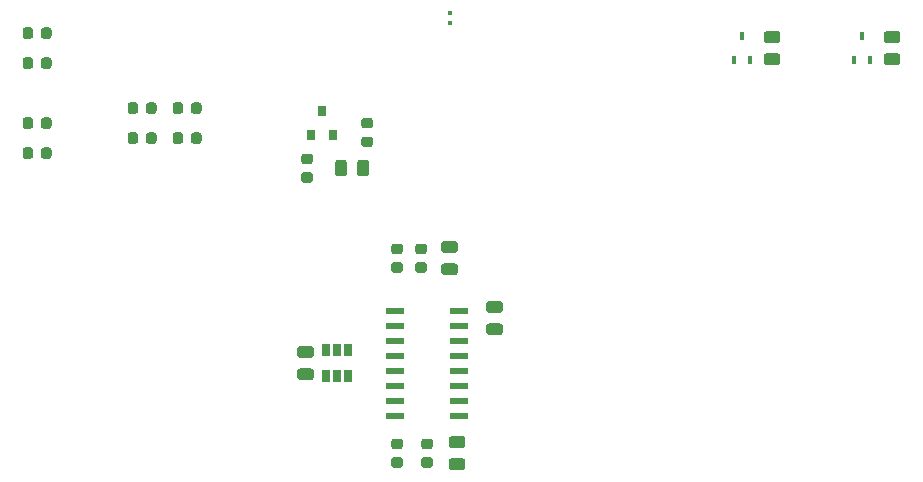
<source format=gbr>
G04 #@! TF.GenerationSoftware,KiCad,Pcbnew,5.0.2-bee76a0~70~ubuntu18.04.1*
G04 #@! TF.CreationDate,2019-06-19T23:08:53-07:00*
G04 #@! TF.ProjectId,aa-stalk-receiver-lvds,61612d73-7461-46c6-9b2d-726563656976,rev?*
G04 #@! TF.SameCoordinates,Original*
G04 #@! TF.FileFunction,Paste,Top*
G04 #@! TF.FilePolarity,Positive*
%FSLAX46Y46*%
G04 Gerber Fmt 4.6, Leading zero omitted, Abs format (unit mm)*
G04 Created by KiCad (PCBNEW 5.0.2-bee76a0~70~ubuntu18.04.1) date Wed 19 Jun 2019 11:08:53 PM PDT*
%MOMM*%
%LPD*%
G01*
G04 APERTURE LIST*
%ADD10C,0.100000*%
%ADD11C,0.975000*%
%ADD12C,0.875000*%
%ADD13R,1.500000X0.600000*%
%ADD14R,0.800000X0.900000*%
%ADD15R,0.650000X1.060000*%
%ADD16R,0.450000X0.700000*%
%ADD17R,0.400000X0.300000*%
G04 APERTURE END LIST*
D10*
G04 #@! TO.C,C311*
G36*
X164310142Y-62681174D02*
X164333803Y-62684684D01*
X164357007Y-62690496D01*
X164379529Y-62698554D01*
X164401153Y-62708782D01*
X164421670Y-62721079D01*
X164440883Y-62735329D01*
X164458607Y-62751393D01*
X164474671Y-62769117D01*
X164488921Y-62788330D01*
X164501218Y-62808847D01*
X164511446Y-62830471D01*
X164519504Y-62852993D01*
X164525316Y-62876197D01*
X164528826Y-62899858D01*
X164530000Y-62923750D01*
X164530000Y-63411250D01*
X164528826Y-63435142D01*
X164525316Y-63458803D01*
X164519504Y-63482007D01*
X164511446Y-63504529D01*
X164501218Y-63526153D01*
X164488921Y-63546670D01*
X164474671Y-63565883D01*
X164458607Y-63583607D01*
X164440883Y-63599671D01*
X164421670Y-63613921D01*
X164401153Y-63626218D01*
X164379529Y-63636446D01*
X164357007Y-63644504D01*
X164333803Y-63650316D01*
X164310142Y-63653826D01*
X164286250Y-63655000D01*
X163373750Y-63655000D01*
X163349858Y-63653826D01*
X163326197Y-63650316D01*
X163302993Y-63644504D01*
X163280471Y-63636446D01*
X163258847Y-63626218D01*
X163238330Y-63613921D01*
X163219117Y-63599671D01*
X163201393Y-63583607D01*
X163185329Y-63565883D01*
X163171079Y-63546670D01*
X163158782Y-63526153D01*
X163148554Y-63504529D01*
X163140496Y-63482007D01*
X163134684Y-63458803D01*
X163131174Y-63435142D01*
X163130000Y-63411250D01*
X163130000Y-62923750D01*
X163131174Y-62899858D01*
X163134684Y-62876197D01*
X163140496Y-62852993D01*
X163148554Y-62830471D01*
X163158782Y-62808847D01*
X163171079Y-62788330D01*
X163185329Y-62769117D01*
X163201393Y-62751393D01*
X163219117Y-62735329D01*
X163238330Y-62721079D01*
X163258847Y-62708782D01*
X163280471Y-62698554D01*
X163302993Y-62690496D01*
X163326197Y-62684684D01*
X163349858Y-62681174D01*
X163373750Y-62680000D01*
X164286250Y-62680000D01*
X164310142Y-62681174D01*
X164310142Y-62681174D01*
G37*
D11*
X163830000Y-63167500D03*
D10*
G36*
X164310142Y-60806174D02*
X164333803Y-60809684D01*
X164357007Y-60815496D01*
X164379529Y-60823554D01*
X164401153Y-60833782D01*
X164421670Y-60846079D01*
X164440883Y-60860329D01*
X164458607Y-60876393D01*
X164474671Y-60894117D01*
X164488921Y-60913330D01*
X164501218Y-60933847D01*
X164511446Y-60955471D01*
X164519504Y-60977993D01*
X164525316Y-61001197D01*
X164528826Y-61024858D01*
X164530000Y-61048750D01*
X164530000Y-61536250D01*
X164528826Y-61560142D01*
X164525316Y-61583803D01*
X164519504Y-61607007D01*
X164511446Y-61629529D01*
X164501218Y-61651153D01*
X164488921Y-61671670D01*
X164474671Y-61690883D01*
X164458607Y-61708607D01*
X164440883Y-61724671D01*
X164421670Y-61738921D01*
X164401153Y-61751218D01*
X164379529Y-61761446D01*
X164357007Y-61769504D01*
X164333803Y-61775316D01*
X164310142Y-61778826D01*
X164286250Y-61780000D01*
X163373750Y-61780000D01*
X163349858Y-61778826D01*
X163326197Y-61775316D01*
X163302993Y-61769504D01*
X163280471Y-61761446D01*
X163258847Y-61751218D01*
X163238330Y-61738921D01*
X163219117Y-61724671D01*
X163201393Y-61708607D01*
X163185329Y-61690883D01*
X163171079Y-61671670D01*
X163158782Y-61651153D01*
X163148554Y-61629529D01*
X163140496Y-61607007D01*
X163134684Y-61583803D01*
X163131174Y-61560142D01*
X163130000Y-61536250D01*
X163130000Y-61048750D01*
X163131174Y-61024858D01*
X163134684Y-61001197D01*
X163140496Y-60977993D01*
X163148554Y-60955471D01*
X163158782Y-60933847D01*
X163171079Y-60913330D01*
X163185329Y-60894117D01*
X163201393Y-60876393D01*
X163219117Y-60860329D01*
X163238330Y-60846079D01*
X163258847Y-60833782D01*
X163280471Y-60823554D01*
X163302993Y-60815496D01*
X163326197Y-60809684D01*
X163349858Y-60806174D01*
X163373750Y-60805000D01*
X164286250Y-60805000D01*
X164310142Y-60806174D01*
X164310142Y-60806174D01*
G37*
D11*
X163830000Y-61292500D03*
G04 #@! TD*
D10*
G04 #@! TO.C,C202*
G36*
X137005142Y-80461174D02*
X137028803Y-80464684D01*
X137052007Y-80470496D01*
X137074529Y-80478554D01*
X137096153Y-80488782D01*
X137116670Y-80501079D01*
X137135883Y-80515329D01*
X137153607Y-80531393D01*
X137169671Y-80549117D01*
X137183921Y-80568330D01*
X137196218Y-80588847D01*
X137206446Y-80610471D01*
X137214504Y-80632993D01*
X137220316Y-80656197D01*
X137223826Y-80679858D01*
X137225000Y-80703750D01*
X137225000Y-81191250D01*
X137223826Y-81215142D01*
X137220316Y-81238803D01*
X137214504Y-81262007D01*
X137206446Y-81284529D01*
X137196218Y-81306153D01*
X137183921Y-81326670D01*
X137169671Y-81345883D01*
X137153607Y-81363607D01*
X137135883Y-81379671D01*
X137116670Y-81393921D01*
X137096153Y-81406218D01*
X137074529Y-81416446D01*
X137052007Y-81424504D01*
X137028803Y-81430316D01*
X137005142Y-81433826D01*
X136981250Y-81435000D01*
X136068750Y-81435000D01*
X136044858Y-81433826D01*
X136021197Y-81430316D01*
X135997993Y-81424504D01*
X135975471Y-81416446D01*
X135953847Y-81406218D01*
X135933330Y-81393921D01*
X135914117Y-81379671D01*
X135896393Y-81363607D01*
X135880329Y-81345883D01*
X135866079Y-81326670D01*
X135853782Y-81306153D01*
X135843554Y-81284529D01*
X135835496Y-81262007D01*
X135829684Y-81238803D01*
X135826174Y-81215142D01*
X135825000Y-81191250D01*
X135825000Y-80703750D01*
X135826174Y-80679858D01*
X135829684Y-80656197D01*
X135835496Y-80632993D01*
X135843554Y-80610471D01*
X135853782Y-80588847D01*
X135866079Y-80568330D01*
X135880329Y-80549117D01*
X135896393Y-80531393D01*
X135914117Y-80515329D01*
X135933330Y-80501079D01*
X135953847Y-80488782D01*
X135975471Y-80478554D01*
X135997993Y-80470496D01*
X136021197Y-80464684D01*
X136044858Y-80461174D01*
X136068750Y-80460000D01*
X136981250Y-80460000D01*
X137005142Y-80461174D01*
X137005142Y-80461174D01*
G37*
D11*
X136525000Y-80947500D03*
D10*
G36*
X137005142Y-78586174D02*
X137028803Y-78589684D01*
X137052007Y-78595496D01*
X137074529Y-78603554D01*
X137096153Y-78613782D01*
X137116670Y-78626079D01*
X137135883Y-78640329D01*
X137153607Y-78656393D01*
X137169671Y-78674117D01*
X137183921Y-78693330D01*
X137196218Y-78713847D01*
X137206446Y-78735471D01*
X137214504Y-78757993D01*
X137220316Y-78781197D01*
X137223826Y-78804858D01*
X137225000Y-78828750D01*
X137225000Y-79316250D01*
X137223826Y-79340142D01*
X137220316Y-79363803D01*
X137214504Y-79387007D01*
X137206446Y-79409529D01*
X137196218Y-79431153D01*
X137183921Y-79451670D01*
X137169671Y-79470883D01*
X137153607Y-79488607D01*
X137135883Y-79504671D01*
X137116670Y-79518921D01*
X137096153Y-79531218D01*
X137074529Y-79541446D01*
X137052007Y-79549504D01*
X137028803Y-79555316D01*
X137005142Y-79558826D01*
X136981250Y-79560000D01*
X136068750Y-79560000D01*
X136044858Y-79558826D01*
X136021197Y-79555316D01*
X135997993Y-79549504D01*
X135975471Y-79541446D01*
X135953847Y-79531218D01*
X135933330Y-79518921D01*
X135914117Y-79504671D01*
X135896393Y-79488607D01*
X135880329Y-79470883D01*
X135866079Y-79451670D01*
X135853782Y-79431153D01*
X135843554Y-79409529D01*
X135835496Y-79387007D01*
X135829684Y-79363803D01*
X135826174Y-79340142D01*
X135825000Y-79316250D01*
X135825000Y-78828750D01*
X135826174Y-78804858D01*
X135829684Y-78781197D01*
X135835496Y-78757993D01*
X135843554Y-78735471D01*
X135853782Y-78713847D01*
X135866079Y-78693330D01*
X135880329Y-78674117D01*
X135896393Y-78656393D01*
X135914117Y-78640329D01*
X135933330Y-78626079D01*
X135953847Y-78613782D01*
X135975471Y-78603554D01*
X135997993Y-78595496D01*
X136021197Y-78589684D01*
X136044858Y-78586174D01*
X136068750Y-78585000D01*
X136981250Y-78585000D01*
X137005142Y-78586174D01*
X137005142Y-78586174D01*
G37*
D11*
X136525000Y-79072500D03*
G04 #@! TD*
D10*
G04 #@! TO.C,R201*
G36*
X132357691Y-78786053D02*
X132378926Y-78789203D01*
X132399750Y-78794419D01*
X132419962Y-78801651D01*
X132439368Y-78810830D01*
X132457781Y-78821866D01*
X132475024Y-78834654D01*
X132490930Y-78849070D01*
X132505346Y-78864976D01*
X132518134Y-78882219D01*
X132529170Y-78900632D01*
X132538349Y-78920038D01*
X132545581Y-78940250D01*
X132550797Y-78961074D01*
X132553947Y-78982309D01*
X132555000Y-79003750D01*
X132555000Y-79441250D01*
X132553947Y-79462691D01*
X132550797Y-79483926D01*
X132545581Y-79504750D01*
X132538349Y-79524962D01*
X132529170Y-79544368D01*
X132518134Y-79562781D01*
X132505346Y-79580024D01*
X132490930Y-79595930D01*
X132475024Y-79610346D01*
X132457781Y-79623134D01*
X132439368Y-79634170D01*
X132419962Y-79643349D01*
X132399750Y-79650581D01*
X132378926Y-79655797D01*
X132357691Y-79658947D01*
X132336250Y-79660000D01*
X131823750Y-79660000D01*
X131802309Y-79658947D01*
X131781074Y-79655797D01*
X131760250Y-79650581D01*
X131740038Y-79643349D01*
X131720632Y-79634170D01*
X131702219Y-79623134D01*
X131684976Y-79610346D01*
X131669070Y-79595930D01*
X131654654Y-79580024D01*
X131641866Y-79562781D01*
X131630830Y-79544368D01*
X131621651Y-79524962D01*
X131614419Y-79504750D01*
X131609203Y-79483926D01*
X131606053Y-79462691D01*
X131605000Y-79441250D01*
X131605000Y-79003750D01*
X131606053Y-78982309D01*
X131609203Y-78961074D01*
X131614419Y-78940250D01*
X131621651Y-78920038D01*
X131630830Y-78900632D01*
X131641866Y-78882219D01*
X131654654Y-78864976D01*
X131669070Y-78849070D01*
X131684976Y-78834654D01*
X131702219Y-78821866D01*
X131720632Y-78810830D01*
X131740038Y-78801651D01*
X131760250Y-78794419D01*
X131781074Y-78789203D01*
X131802309Y-78786053D01*
X131823750Y-78785000D01*
X132336250Y-78785000D01*
X132357691Y-78786053D01*
X132357691Y-78786053D01*
G37*
D12*
X132080000Y-79222500D03*
D10*
G36*
X132357691Y-80361053D02*
X132378926Y-80364203D01*
X132399750Y-80369419D01*
X132419962Y-80376651D01*
X132439368Y-80385830D01*
X132457781Y-80396866D01*
X132475024Y-80409654D01*
X132490930Y-80424070D01*
X132505346Y-80439976D01*
X132518134Y-80457219D01*
X132529170Y-80475632D01*
X132538349Y-80495038D01*
X132545581Y-80515250D01*
X132550797Y-80536074D01*
X132553947Y-80557309D01*
X132555000Y-80578750D01*
X132555000Y-81016250D01*
X132553947Y-81037691D01*
X132550797Y-81058926D01*
X132545581Y-81079750D01*
X132538349Y-81099962D01*
X132529170Y-81119368D01*
X132518134Y-81137781D01*
X132505346Y-81155024D01*
X132490930Y-81170930D01*
X132475024Y-81185346D01*
X132457781Y-81198134D01*
X132439368Y-81209170D01*
X132419962Y-81218349D01*
X132399750Y-81225581D01*
X132378926Y-81230797D01*
X132357691Y-81233947D01*
X132336250Y-81235000D01*
X131823750Y-81235000D01*
X131802309Y-81233947D01*
X131781074Y-81230797D01*
X131760250Y-81225581D01*
X131740038Y-81218349D01*
X131720632Y-81209170D01*
X131702219Y-81198134D01*
X131684976Y-81185346D01*
X131669070Y-81170930D01*
X131654654Y-81155024D01*
X131641866Y-81137781D01*
X131630830Y-81119368D01*
X131621651Y-81099962D01*
X131614419Y-81079750D01*
X131609203Y-81058926D01*
X131606053Y-81037691D01*
X131605000Y-81016250D01*
X131605000Y-80578750D01*
X131606053Y-80557309D01*
X131609203Y-80536074D01*
X131614419Y-80515250D01*
X131621651Y-80495038D01*
X131630830Y-80475632D01*
X131641866Y-80457219D01*
X131654654Y-80439976D01*
X131669070Y-80424070D01*
X131684976Y-80409654D01*
X131702219Y-80396866D01*
X131720632Y-80385830D01*
X131740038Y-80376651D01*
X131760250Y-80369419D01*
X131781074Y-80364203D01*
X131802309Y-80361053D01*
X131823750Y-80360000D01*
X132336250Y-80360000D01*
X132357691Y-80361053D01*
X132357691Y-80361053D01*
G37*
D12*
X132080000Y-80797500D03*
G04 #@! TD*
D10*
G04 #@! TO.C,C103*
G36*
X124813142Y-89351174D02*
X124836803Y-89354684D01*
X124860007Y-89360496D01*
X124882529Y-89368554D01*
X124904153Y-89378782D01*
X124924670Y-89391079D01*
X124943883Y-89405329D01*
X124961607Y-89421393D01*
X124977671Y-89439117D01*
X124991921Y-89458330D01*
X125004218Y-89478847D01*
X125014446Y-89500471D01*
X125022504Y-89522993D01*
X125028316Y-89546197D01*
X125031826Y-89569858D01*
X125033000Y-89593750D01*
X125033000Y-90081250D01*
X125031826Y-90105142D01*
X125028316Y-90128803D01*
X125022504Y-90152007D01*
X125014446Y-90174529D01*
X125004218Y-90196153D01*
X124991921Y-90216670D01*
X124977671Y-90235883D01*
X124961607Y-90253607D01*
X124943883Y-90269671D01*
X124924670Y-90283921D01*
X124904153Y-90296218D01*
X124882529Y-90306446D01*
X124860007Y-90314504D01*
X124836803Y-90320316D01*
X124813142Y-90323826D01*
X124789250Y-90325000D01*
X123876750Y-90325000D01*
X123852858Y-90323826D01*
X123829197Y-90320316D01*
X123805993Y-90314504D01*
X123783471Y-90306446D01*
X123761847Y-90296218D01*
X123741330Y-90283921D01*
X123722117Y-90269671D01*
X123704393Y-90253607D01*
X123688329Y-90235883D01*
X123674079Y-90216670D01*
X123661782Y-90196153D01*
X123651554Y-90174529D01*
X123643496Y-90152007D01*
X123637684Y-90128803D01*
X123634174Y-90105142D01*
X123633000Y-90081250D01*
X123633000Y-89593750D01*
X123634174Y-89569858D01*
X123637684Y-89546197D01*
X123643496Y-89522993D01*
X123651554Y-89500471D01*
X123661782Y-89478847D01*
X123674079Y-89458330D01*
X123688329Y-89439117D01*
X123704393Y-89421393D01*
X123722117Y-89405329D01*
X123741330Y-89391079D01*
X123761847Y-89378782D01*
X123783471Y-89368554D01*
X123805993Y-89360496D01*
X123829197Y-89354684D01*
X123852858Y-89351174D01*
X123876750Y-89350000D01*
X124789250Y-89350000D01*
X124813142Y-89351174D01*
X124813142Y-89351174D01*
G37*
D11*
X124333000Y-89837500D03*
D10*
G36*
X124813142Y-87476174D02*
X124836803Y-87479684D01*
X124860007Y-87485496D01*
X124882529Y-87493554D01*
X124904153Y-87503782D01*
X124924670Y-87516079D01*
X124943883Y-87530329D01*
X124961607Y-87546393D01*
X124977671Y-87564117D01*
X124991921Y-87583330D01*
X125004218Y-87603847D01*
X125014446Y-87625471D01*
X125022504Y-87647993D01*
X125028316Y-87671197D01*
X125031826Y-87694858D01*
X125033000Y-87718750D01*
X125033000Y-88206250D01*
X125031826Y-88230142D01*
X125028316Y-88253803D01*
X125022504Y-88277007D01*
X125014446Y-88299529D01*
X125004218Y-88321153D01*
X124991921Y-88341670D01*
X124977671Y-88360883D01*
X124961607Y-88378607D01*
X124943883Y-88394671D01*
X124924670Y-88408921D01*
X124904153Y-88421218D01*
X124882529Y-88431446D01*
X124860007Y-88439504D01*
X124836803Y-88445316D01*
X124813142Y-88448826D01*
X124789250Y-88450000D01*
X123876750Y-88450000D01*
X123852858Y-88448826D01*
X123829197Y-88445316D01*
X123805993Y-88439504D01*
X123783471Y-88431446D01*
X123761847Y-88421218D01*
X123741330Y-88408921D01*
X123722117Y-88394671D01*
X123704393Y-88378607D01*
X123688329Y-88360883D01*
X123674079Y-88341670D01*
X123661782Y-88321153D01*
X123651554Y-88299529D01*
X123643496Y-88277007D01*
X123637684Y-88253803D01*
X123634174Y-88230142D01*
X123633000Y-88206250D01*
X123633000Y-87718750D01*
X123634174Y-87694858D01*
X123637684Y-87671197D01*
X123643496Y-87647993D01*
X123651554Y-87625471D01*
X123661782Y-87603847D01*
X123674079Y-87583330D01*
X123688329Y-87564117D01*
X123704393Y-87546393D01*
X123722117Y-87530329D01*
X123741330Y-87516079D01*
X123761847Y-87503782D01*
X123783471Y-87493554D01*
X123805993Y-87485496D01*
X123829197Y-87479684D01*
X123852858Y-87476174D01*
X123876750Y-87475000D01*
X124789250Y-87475000D01*
X124813142Y-87476174D01*
X124813142Y-87476174D01*
G37*
D11*
X124333000Y-87962500D03*
G04 #@! TD*
D10*
G04 #@! TO.C,C203*
G36*
X137640142Y-95096174D02*
X137663803Y-95099684D01*
X137687007Y-95105496D01*
X137709529Y-95113554D01*
X137731153Y-95123782D01*
X137751670Y-95136079D01*
X137770883Y-95150329D01*
X137788607Y-95166393D01*
X137804671Y-95184117D01*
X137818921Y-95203330D01*
X137831218Y-95223847D01*
X137841446Y-95245471D01*
X137849504Y-95267993D01*
X137855316Y-95291197D01*
X137858826Y-95314858D01*
X137860000Y-95338750D01*
X137860000Y-95826250D01*
X137858826Y-95850142D01*
X137855316Y-95873803D01*
X137849504Y-95897007D01*
X137841446Y-95919529D01*
X137831218Y-95941153D01*
X137818921Y-95961670D01*
X137804671Y-95980883D01*
X137788607Y-95998607D01*
X137770883Y-96014671D01*
X137751670Y-96028921D01*
X137731153Y-96041218D01*
X137709529Y-96051446D01*
X137687007Y-96059504D01*
X137663803Y-96065316D01*
X137640142Y-96068826D01*
X137616250Y-96070000D01*
X136703750Y-96070000D01*
X136679858Y-96068826D01*
X136656197Y-96065316D01*
X136632993Y-96059504D01*
X136610471Y-96051446D01*
X136588847Y-96041218D01*
X136568330Y-96028921D01*
X136549117Y-96014671D01*
X136531393Y-95998607D01*
X136515329Y-95980883D01*
X136501079Y-95961670D01*
X136488782Y-95941153D01*
X136478554Y-95919529D01*
X136470496Y-95897007D01*
X136464684Y-95873803D01*
X136461174Y-95850142D01*
X136460000Y-95826250D01*
X136460000Y-95338750D01*
X136461174Y-95314858D01*
X136464684Y-95291197D01*
X136470496Y-95267993D01*
X136478554Y-95245471D01*
X136488782Y-95223847D01*
X136501079Y-95203330D01*
X136515329Y-95184117D01*
X136531393Y-95166393D01*
X136549117Y-95150329D01*
X136568330Y-95136079D01*
X136588847Y-95123782D01*
X136610471Y-95113554D01*
X136632993Y-95105496D01*
X136656197Y-95099684D01*
X136679858Y-95096174D01*
X136703750Y-95095000D01*
X137616250Y-95095000D01*
X137640142Y-95096174D01*
X137640142Y-95096174D01*
G37*
D11*
X137160000Y-95582500D03*
D10*
G36*
X137640142Y-96971174D02*
X137663803Y-96974684D01*
X137687007Y-96980496D01*
X137709529Y-96988554D01*
X137731153Y-96998782D01*
X137751670Y-97011079D01*
X137770883Y-97025329D01*
X137788607Y-97041393D01*
X137804671Y-97059117D01*
X137818921Y-97078330D01*
X137831218Y-97098847D01*
X137841446Y-97120471D01*
X137849504Y-97142993D01*
X137855316Y-97166197D01*
X137858826Y-97189858D01*
X137860000Y-97213750D01*
X137860000Y-97701250D01*
X137858826Y-97725142D01*
X137855316Y-97748803D01*
X137849504Y-97772007D01*
X137841446Y-97794529D01*
X137831218Y-97816153D01*
X137818921Y-97836670D01*
X137804671Y-97855883D01*
X137788607Y-97873607D01*
X137770883Y-97889671D01*
X137751670Y-97903921D01*
X137731153Y-97916218D01*
X137709529Y-97926446D01*
X137687007Y-97934504D01*
X137663803Y-97940316D01*
X137640142Y-97943826D01*
X137616250Y-97945000D01*
X136703750Y-97945000D01*
X136679858Y-97943826D01*
X136656197Y-97940316D01*
X136632993Y-97934504D01*
X136610471Y-97926446D01*
X136588847Y-97916218D01*
X136568330Y-97903921D01*
X136549117Y-97889671D01*
X136531393Y-97873607D01*
X136515329Y-97855883D01*
X136501079Y-97836670D01*
X136488782Y-97816153D01*
X136478554Y-97794529D01*
X136470496Y-97772007D01*
X136464684Y-97748803D01*
X136461174Y-97725142D01*
X136460000Y-97701250D01*
X136460000Y-97213750D01*
X136461174Y-97189858D01*
X136464684Y-97166197D01*
X136470496Y-97142993D01*
X136478554Y-97120471D01*
X136488782Y-97098847D01*
X136501079Y-97078330D01*
X136515329Y-97059117D01*
X136531393Y-97041393D01*
X136549117Y-97025329D01*
X136568330Y-97011079D01*
X136588847Y-96998782D01*
X136610471Y-96988554D01*
X136632993Y-96980496D01*
X136656197Y-96974684D01*
X136679858Y-96971174D01*
X136703750Y-96970000D01*
X137616250Y-96970000D01*
X137640142Y-96971174D01*
X137640142Y-96971174D01*
G37*
D11*
X137160000Y-97457500D03*
G04 #@! TD*
D10*
G04 #@! TO.C,C204*
G36*
X140815142Y-85541174D02*
X140838803Y-85544684D01*
X140862007Y-85550496D01*
X140884529Y-85558554D01*
X140906153Y-85568782D01*
X140926670Y-85581079D01*
X140945883Y-85595329D01*
X140963607Y-85611393D01*
X140979671Y-85629117D01*
X140993921Y-85648330D01*
X141006218Y-85668847D01*
X141016446Y-85690471D01*
X141024504Y-85712993D01*
X141030316Y-85736197D01*
X141033826Y-85759858D01*
X141035000Y-85783750D01*
X141035000Y-86271250D01*
X141033826Y-86295142D01*
X141030316Y-86318803D01*
X141024504Y-86342007D01*
X141016446Y-86364529D01*
X141006218Y-86386153D01*
X140993921Y-86406670D01*
X140979671Y-86425883D01*
X140963607Y-86443607D01*
X140945883Y-86459671D01*
X140926670Y-86473921D01*
X140906153Y-86486218D01*
X140884529Y-86496446D01*
X140862007Y-86504504D01*
X140838803Y-86510316D01*
X140815142Y-86513826D01*
X140791250Y-86515000D01*
X139878750Y-86515000D01*
X139854858Y-86513826D01*
X139831197Y-86510316D01*
X139807993Y-86504504D01*
X139785471Y-86496446D01*
X139763847Y-86486218D01*
X139743330Y-86473921D01*
X139724117Y-86459671D01*
X139706393Y-86443607D01*
X139690329Y-86425883D01*
X139676079Y-86406670D01*
X139663782Y-86386153D01*
X139653554Y-86364529D01*
X139645496Y-86342007D01*
X139639684Y-86318803D01*
X139636174Y-86295142D01*
X139635000Y-86271250D01*
X139635000Y-85783750D01*
X139636174Y-85759858D01*
X139639684Y-85736197D01*
X139645496Y-85712993D01*
X139653554Y-85690471D01*
X139663782Y-85668847D01*
X139676079Y-85648330D01*
X139690329Y-85629117D01*
X139706393Y-85611393D01*
X139724117Y-85595329D01*
X139743330Y-85581079D01*
X139763847Y-85568782D01*
X139785471Y-85558554D01*
X139807993Y-85550496D01*
X139831197Y-85544684D01*
X139854858Y-85541174D01*
X139878750Y-85540000D01*
X140791250Y-85540000D01*
X140815142Y-85541174D01*
X140815142Y-85541174D01*
G37*
D11*
X140335000Y-86027500D03*
D10*
G36*
X140815142Y-83666174D02*
X140838803Y-83669684D01*
X140862007Y-83675496D01*
X140884529Y-83683554D01*
X140906153Y-83693782D01*
X140926670Y-83706079D01*
X140945883Y-83720329D01*
X140963607Y-83736393D01*
X140979671Y-83754117D01*
X140993921Y-83773330D01*
X141006218Y-83793847D01*
X141016446Y-83815471D01*
X141024504Y-83837993D01*
X141030316Y-83861197D01*
X141033826Y-83884858D01*
X141035000Y-83908750D01*
X141035000Y-84396250D01*
X141033826Y-84420142D01*
X141030316Y-84443803D01*
X141024504Y-84467007D01*
X141016446Y-84489529D01*
X141006218Y-84511153D01*
X140993921Y-84531670D01*
X140979671Y-84550883D01*
X140963607Y-84568607D01*
X140945883Y-84584671D01*
X140926670Y-84598921D01*
X140906153Y-84611218D01*
X140884529Y-84621446D01*
X140862007Y-84629504D01*
X140838803Y-84635316D01*
X140815142Y-84638826D01*
X140791250Y-84640000D01*
X139878750Y-84640000D01*
X139854858Y-84638826D01*
X139831197Y-84635316D01*
X139807993Y-84629504D01*
X139785471Y-84621446D01*
X139763847Y-84611218D01*
X139743330Y-84598921D01*
X139724117Y-84584671D01*
X139706393Y-84568607D01*
X139690329Y-84550883D01*
X139676079Y-84531670D01*
X139663782Y-84511153D01*
X139653554Y-84489529D01*
X139645496Y-84467007D01*
X139639684Y-84443803D01*
X139636174Y-84420142D01*
X139635000Y-84396250D01*
X139635000Y-83908750D01*
X139636174Y-83884858D01*
X139639684Y-83861197D01*
X139645496Y-83837993D01*
X139653554Y-83815471D01*
X139663782Y-83793847D01*
X139676079Y-83773330D01*
X139690329Y-83754117D01*
X139706393Y-83736393D01*
X139724117Y-83720329D01*
X139743330Y-83706079D01*
X139763847Y-83693782D01*
X139785471Y-83683554D01*
X139807993Y-83675496D01*
X139831197Y-83669684D01*
X139854858Y-83666174D01*
X139878750Y-83665000D01*
X140791250Y-83665000D01*
X140815142Y-83666174D01*
X140815142Y-83666174D01*
G37*
D11*
X140335000Y-84152500D03*
G04 #@! TD*
D10*
G04 #@! TO.C,C301*
G36*
X129475142Y-71691174D02*
X129498803Y-71694684D01*
X129522007Y-71700496D01*
X129544529Y-71708554D01*
X129566153Y-71718782D01*
X129586670Y-71731079D01*
X129605883Y-71745329D01*
X129623607Y-71761393D01*
X129639671Y-71779117D01*
X129653921Y-71798330D01*
X129666218Y-71818847D01*
X129676446Y-71840471D01*
X129684504Y-71862993D01*
X129690316Y-71886197D01*
X129693826Y-71909858D01*
X129695000Y-71933750D01*
X129695000Y-72846250D01*
X129693826Y-72870142D01*
X129690316Y-72893803D01*
X129684504Y-72917007D01*
X129676446Y-72939529D01*
X129666218Y-72961153D01*
X129653921Y-72981670D01*
X129639671Y-73000883D01*
X129623607Y-73018607D01*
X129605883Y-73034671D01*
X129586670Y-73048921D01*
X129566153Y-73061218D01*
X129544529Y-73071446D01*
X129522007Y-73079504D01*
X129498803Y-73085316D01*
X129475142Y-73088826D01*
X129451250Y-73090000D01*
X128963750Y-73090000D01*
X128939858Y-73088826D01*
X128916197Y-73085316D01*
X128892993Y-73079504D01*
X128870471Y-73071446D01*
X128848847Y-73061218D01*
X128828330Y-73048921D01*
X128809117Y-73034671D01*
X128791393Y-73018607D01*
X128775329Y-73000883D01*
X128761079Y-72981670D01*
X128748782Y-72961153D01*
X128738554Y-72939529D01*
X128730496Y-72917007D01*
X128724684Y-72893803D01*
X128721174Y-72870142D01*
X128720000Y-72846250D01*
X128720000Y-71933750D01*
X128721174Y-71909858D01*
X128724684Y-71886197D01*
X128730496Y-71862993D01*
X128738554Y-71840471D01*
X128748782Y-71818847D01*
X128761079Y-71798330D01*
X128775329Y-71779117D01*
X128791393Y-71761393D01*
X128809117Y-71745329D01*
X128828330Y-71731079D01*
X128848847Y-71718782D01*
X128870471Y-71708554D01*
X128892993Y-71700496D01*
X128916197Y-71694684D01*
X128939858Y-71691174D01*
X128963750Y-71690000D01*
X129451250Y-71690000D01*
X129475142Y-71691174D01*
X129475142Y-71691174D01*
G37*
D11*
X129207500Y-72390000D03*
D10*
G36*
X127600142Y-71691174D02*
X127623803Y-71694684D01*
X127647007Y-71700496D01*
X127669529Y-71708554D01*
X127691153Y-71718782D01*
X127711670Y-71731079D01*
X127730883Y-71745329D01*
X127748607Y-71761393D01*
X127764671Y-71779117D01*
X127778921Y-71798330D01*
X127791218Y-71818847D01*
X127801446Y-71840471D01*
X127809504Y-71862993D01*
X127815316Y-71886197D01*
X127818826Y-71909858D01*
X127820000Y-71933750D01*
X127820000Y-72846250D01*
X127818826Y-72870142D01*
X127815316Y-72893803D01*
X127809504Y-72917007D01*
X127801446Y-72939529D01*
X127791218Y-72961153D01*
X127778921Y-72981670D01*
X127764671Y-73000883D01*
X127748607Y-73018607D01*
X127730883Y-73034671D01*
X127711670Y-73048921D01*
X127691153Y-73061218D01*
X127669529Y-73071446D01*
X127647007Y-73079504D01*
X127623803Y-73085316D01*
X127600142Y-73088826D01*
X127576250Y-73090000D01*
X127088750Y-73090000D01*
X127064858Y-73088826D01*
X127041197Y-73085316D01*
X127017993Y-73079504D01*
X126995471Y-73071446D01*
X126973847Y-73061218D01*
X126953330Y-73048921D01*
X126934117Y-73034671D01*
X126916393Y-73018607D01*
X126900329Y-73000883D01*
X126886079Y-72981670D01*
X126873782Y-72961153D01*
X126863554Y-72939529D01*
X126855496Y-72917007D01*
X126849684Y-72893803D01*
X126846174Y-72870142D01*
X126845000Y-72846250D01*
X126845000Y-71933750D01*
X126846174Y-71909858D01*
X126849684Y-71886197D01*
X126855496Y-71862993D01*
X126863554Y-71840471D01*
X126873782Y-71818847D01*
X126886079Y-71798330D01*
X126900329Y-71779117D01*
X126916393Y-71761393D01*
X126934117Y-71745329D01*
X126953330Y-71731079D01*
X126973847Y-71718782D01*
X126995471Y-71708554D01*
X127017993Y-71700496D01*
X127041197Y-71694684D01*
X127064858Y-71691174D01*
X127088750Y-71690000D01*
X127576250Y-71690000D01*
X127600142Y-71691174D01*
X127600142Y-71691174D01*
G37*
D11*
X127332500Y-72390000D03*
G04 #@! TD*
D10*
G04 #@! TO.C,C312*
G36*
X174470142Y-60806174D02*
X174493803Y-60809684D01*
X174517007Y-60815496D01*
X174539529Y-60823554D01*
X174561153Y-60833782D01*
X174581670Y-60846079D01*
X174600883Y-60860329D01*
X174618607Y-60876393D01*
X174634671Y-60894117D01*
X174648921Y-60913330D01*
X174661218Y-60933847D01*
X174671446Y-60955471D01*
X174679504Y-60977993D01*
X174685316Y-61001197D01*
X174688826Y-61024858D01*
X174690000Y-61048750D01*
X174690000Y-61536250D01*
X174688826Y-61560142D01*
X174685316Y-61583803D01*
X174679504Y-61607007D01*
X174671446Y-61629529D01*
X174661218Y-61651153D01*
X174648921Y-61671670D01*
X174634671Y-61690883D01*
X174618607Y-61708607D01*
X174600883Y-61724671D01*
X174581670Y-61738921D01*
X174561153Y-61751218D01*
X174539529Y-61761446D01*
X174517007Y-61769504D01*
X174493803Y-61775316D01*
X174470142Y-61778826D01*
X174446250Y-61780000D01*
X173533750Y-61780000D01*
X173509858Y-61778826D01*
X173486197Y-61775316D01*
X173462993Y-61769504D01*
X173440471Y-61761446D01*
X173418847Y-61751218D01*
X173398330Y-61738921D01*
X173379117Y-61724671D01*
X173361393Y-61708607D01*
X173345329Y-61690883D01*
X173331079Y-61671670D01*
X173318782Y-61651153D01*
X173308554Y-61629529D01*
X173300496Y-61607007D01*
X173294684Y-61583803D01*
X173291174Y-61560142D01*
X173290000Y-61536250D01*
X173290000Y-61048750D01*
X173291174Y-61024858D01*
X173294684Y-61001197D01*
X173300496Y-60977993D01*
X173308554Y-60955471D01*
X173318782Y-60933847D01*
X173331079Y-60913330D01*
X173345329Y-60894117D01*
X173361393Y-60876393D01*
X173379117Y-60860329D01*
X173398330Y-60846079D01*
X173418847Y-60833782D01*
X173440471Y-60823554D01*
X173462993Y-60815496D01*
X173486197Y-60809684D01*
X173509858Y-60806174D01*
X173533750Y-60805000D01*
X174446250Y-60805000D01*
X174470142Y-60806174D01*
X174470142Y-60806174D01*
G37*
D11*
X173990000Y-61292500D03*
D10*
G36*
X174470142Y-62681174D02*
X174493803Y-62684684D01*
X174517007Y-62690496D01*
X174539529Y-62698554D01*
X174561153Y-62708782D01*
X174581670Y-62721079D01*
X174600883Y-62735329D01*
X174618607Y-62751393D01*
X174634671Y-62769117D01*
X174648921Y-62788330D01*
X174661218Y-62808847D01*
X174671446Y-62830471D01*
X174679504Y-62852993D01*
X174685316Y-62876197D01*
X174688826Y-62899858D01*
X174690000Y-62923750D01*
X174690000Y-63411250D01*
X174688826Y-63435142D01*
X174685316Y-63458803D01*
X174679504Y-63482007D01*
X174671446Y-63504529D01*
X174661218Y-63526153D01*
X174648921Y-63546670D01*
X174634671Y-63565883D01*
X174618607Y-63583607D01*
X174600883Y-63599671D01*
X174581670Y-63613921D01*
X174561153Y-63626218D01*
X174539529Y-63636446D01*
X174517007Y-63644504D01*
X174493803Y-63650316D01*
X174470142Y-63653826D01*
X174446250Y-63655000D01*
X173533750Y-63655000D01*
X173509858Y-63653826D01*
X173486197Y-63650316D01*
X173462993Y-63644504D01*
X173440471Y-63636446D01*
X173418847Y-63626218D01*
X173398330Y-63613921D01*
X173379117Y-63599671D01*
X173361393Y-63583607D01*
X173345329Y-63565883D01*
X173331079Y-63546670D01*
X173318782Y-63526153D01*
X173308554Y-63504529D01*
X173300496Y-63482007D01*
X173294684Y-63458803D01*
X173291174Y-63435142D01*
X173290000Y-63411250D01*
X173290000Y-62923750D01*
X173291174Y-62899858D01*
X173294684Y-62876197D01*
X173300496Y-62852993D01*
X173308554Y-62830471D01*
X173318782Y-62808847D01*
X173331079Y-62788330D01*
X173345329Y-62769117D01*
X173361393Y-62751393D01*
X173379117Y-62735329D01*
X173398330Y-62721079D01*
X173418847Y-62708782D01*
X173440471Y-62698554D01*
X173462993Y-62690496D01*
X173486197Y-62684684D01*
X173509858Y-62681174D01*
X173533750Y-62680000D01*
X174446250Y-62680000D01*
X174470142Y-62681174D01*
X174470142Y-62681174D01*
G37*
D11*
X173990000Y-63167500D03*
G04 #@! TD*
D10*
G04 #@! TO.C,D151*
G36*
X101052691Y-60486053D02*
X101073926Y-60489203D01*
X101094750Y-60494419D01*
X101114962Y-60501651D01*
X101134368Y-60510830D01*
X101152781Y-60521866D01*
X101170024Y-60534654D01*
X101185930Y-60549070D01*
X101200346Y-60564976D01*
X101213134Y-60582219D01*
X101224170Y-60600632D01*
X101233349Y-60620038D01*
X101240581Y-60640250D01*
X101245797Y-60661074D01*
X101248947Y-60682309D01*
X101250000Y-60703750D01*
X101250000Y-61216250D01*
X101248947Y-61237691D01*
X101245797Y-61258926D01*
X101240581Y-61279750D01*
X101233349Y-61299962D01*
X101224170Y-61319368D01*
X101213134Y-61337781D01*
X101200346Y-61355024D01*
X101185930Y-61370930D01*
X101170024Y-61385346D01*
X101152781Y-61398134D01*
X101134368Y-61409170D01*
X101114962Y-61418349D01*
X101094750Y-61425581D01*
X101073926Y-61430797D01*
X101052691Y-61433947D01*
X101031250Y-61435000D01*
X100593750Y-61435000D01*
X100572309Y-61433947D01*
X100551074Y-61430797D01*
X100530250Y-61425581D01*
X100510038Y-61418349D01*
X100490632Y-61409170D01*
X100472219Y-61398134D01*
X100454976Y-61385346D01*
X100439070Y-61370930D01*
X100424654Y-61355024D01*
X100411866Y-61337781D01*
X100400830Y-61319368D01*
X100391651Y-61299962D01*
X100384419Y-61279750D01*
X100379203Y-61258926D01*
X100376053Y-61237691D01*
X100375000Y-61216250D01*
X100375000Y-60703750D01*
X100376053Y-60682309D01*
X100379203Y-60661074D01*
X100384419Y-60640250D01*
X100391651Y-60620038D01*
X100400830Y-60600632D01*
X100411866Y-60582219D01*
X100424654Y-60564976D01*
X100439070Y-60549070D01*
X100454976Y-60534654D01*
X100472219Y-60521866D01*
X100490632Y-60510830D01*
X100510038Y-60501651D01*
X100530250Y-60494419D01*
X100551074Y-60489203D01*
X100572309Y-60486053D01*
X100593750Y-60485000D01*
X101031250Y-60485000D01*
X101052691Y-60486053D01*
X101052691Y-60486053D01*
G37*
D12*
X100812500Y-60960000D03*
D10*
G36*
X102627691Y-60486053D02*
X102648926Y-60489203D01*
X102669750Y-60494419D01*
X102689962Y-60501651D01*
X102709368Y-60510830D01*
X102727781Y-60521866D01*
X102745024Y-60534654D01*
X102760930Y-60549070D01*
X102775346Y-60564976D01*
X102788134Y-60582219D01*
X102799170Y-60600632D01*
X102808349Y-60620038D01*
X102815581Y-60640250D01*
X102820797Y-60661074D01*
X102823947Y-60682309D01*
X102825000Y-60703750D01*
X102825000Y-61216250D01*
X102823947Y-61237691D01*
X102820797Y-61258926D01*
X102815581Y-61279750D01*
X102808349Y-61299962D01*
X102799170Y-61319368D01*
X102788134Y-61337781D01*
X102775346Y-61355024D01*
X102760930Y-61370930D01*
X102745024Y-61385346D01*
X102727781Y-61398134D01*
X102709368Y-61409170D01*
X102689962Y-61418349D01*
X102669750Y-61425581D01*
X102648926Y-61430797D01*
X102627691Y-61433947D01*
X102606250Y-61435000D01*
X102168750Y-61435000D01*
X102147309Y-61433947D01*
X102126074Y-61430797D01*
X102105250Y-61425581D01*
X102085038Y-61418349D01*
X102065632Y-61409170D01*
X102047219Y-61398134D01*
X102029976Y-61385346D01*
X102014070Y-61370930D01*
X101999654Y-61355024D01*
X101986866Y-61337781D01*
X101975830Y-61319368D01*
X101966651Y-61299962D01*
X101959419Y-61279750D01*
X101954203Y-61258926D01*
X101951053Y-61237691D01*
X101950000Y-61216250D01*
X101950000Y-60703750D01*
X101951053Y-60682309D01*
X101954203Y-60661074D01*
X101959419Y-60640250D01*
X101966651Y-60620038D01*
X101975830Y-60600632D01*
X101986866Y-60582219D01*
X101999654Y-60564976D01*
X102014070Y-60549070D01*
X102029976Y-60534654D01*
X102047219Y-60521866D01*
X102065632Y-60510830D01*
X102085038Y-60501651D01*
X102105250Y-60494419D01*
X102126074Y-60489203D01*
X102147309Y-60486053D01*
X102168750Y-60485000D01*
X102606250Y-60485000D01*
X102627691Y-60486053D01*
X102627691Y-60486053D01*
G37*
D12*
X102387500Y-60960000D03*
G04 #@! TD*
D10*
G04 #@! TO.C,D152*
G36*
X102627691Y-70646053D02*
X102648926Y-70649203D01*
X102669750Y-70654419D01*
X102689962Y-70661651D01*
X102709368Y-70670830D01*
X102727781Y-70681866D01*
X102745024Y-70694654D01*
X102760930Y-70709070D01*
X102775346Y-70724976D01*
X102788134Y-70742219D01*
X102799170Y-70760632D01*
X102808349Y-70780038D01*
X102815581Y-70800250D01*
X102820797Y-70821074D01*
X102823947Y-70842309D01*
X102825000Y-70863750D01*
X102825000Y-71376250D01*
X102823947Y-71397691D01*
X102820797Y-71418926D01*
X102815581Y-71439750D01*
X102808349Y-71459962D01*
X102799170Y-71479368D01*
X102788134Y-71497781D01*
X102775346Y-71515024D01*
X102760930Y-71530930D01*
X102745024Y-71545346D01*
X102727781Y-71558134D01*
X102709368Y-71569170D01*
X102689962Y-71578349D01*
X102669750Y-71585581D01*
X102648926Y-71590797D01*
X102627691Y-71593947D01*
X102606250Y-71595000D01*
X102168750Y-71595000D01*
X102147309Y-71593947D01*
X102126074Y-71590797D01*
X102105250Y-71585581D01*
X102085038Y-71578349D01*
X102065632Y-71569170D01*
X102047219Y-71558134D01*
X102029976Y-71545346D01*
X102014070Y-71530930D01*
X101999654Y-71515024D01*
X101986866Y-71497781D01*
X101975830Y-71479368D01*
X101966651Y-71459962D01*
X101959419Y-71439750D01*
X101954203Y-71418926D01*
X101951053Y-71397691D01*
X101950000Y-71376250D01*
X101950000Y-70863750D01*
X101951053Y-70842309D01*
X101954203Y-70821074D01*
X101959419Y-70800250D01*
X101966651Y-70780038D01*
X101975830Y-70760632D01*
X101986866Y-70742219D01*
X101999654Y-70724976D01*
X102014070Y-70709070D01*
X102029976Y-70694654D01*
X102047219Y-70681866D01*
X102065632Y-70670830D01*
X102085038Y-70661651D01*
X102105250Y-70654419D01*
X102126074Y-70649203D01*
X102147309Y-70646053D01*
X102168750Y-70645000D01*
X102606250Y-70645000D01*
X102627691Y-70646053D01*
X102627691Y-70646053D01*
G37*
D12*
X102387500Y-71120000D03*
D10*
G36*
X101052691Y-70646053D02*
X101073926Y-70649203D01*
X101094750Y-70654419D01*
X101114962Y-70661651D01*
X101134368Y-70670830D01*
X101152781Y-70681866D01*
X101170024Y-70694654D01*
X101185930Y-70709070D01*
X101200346Y-70724976D01*
X101213134Y-70742219D01*
X101224170Y-70760632D01*
X101233349Y-70780038D01*
X101240581Y-70800250D01*
X101245797Y-70821074D01*
X101248947Y-70842309D01*
X101250000Y-70863750D01*
X101250000Y-71376250D01*
X101248947Y-71397691D01*
X101245797Y-71418926D01*
X101240581Y-71439750D01*
X101233349Y-71459962D01*
X101224170Y-71479368D01*
X101213134Y-71497781D01*
X101200346Y-71515024D01*
X101185930Y-71530930D01*
X101170024Y-71545346D01*
X101152781Y-71558134D01*
X101134368Y-71569170D01*
X101114962Y-71578349D01*
X101094750Y-71585581D01*
X101073926Y-71590797D01*
X101052691Y-71593947D01*
X101031250Y-71595000D01*
X100593750Y-71595000D01*
X100572309Y-71593947D01*
X100551074Y-71590797D01*
X100530250Y-71585581D01*
X100510038Y-71578349D01*
X100490632Y-71569170D01*
X100472219Y-71558134D01*
X100454976Y-71545346D01*
X100439070Y-71530930D01*
X100424654Y-71515024D01*
X100411866Y-71497781D01*
X100400830Y-71479368D01*
X100391651Y-71459962D01*
X100384419Y-71439750D01*
X100379203Y-71418926D01*
X100376053Y-71397691D01*
X100375000Y-71376250D01*
X100375000Y-70863750D01*
X100376053Y-70842309D01*
X100379203Y-70821074D01*
X100384419Y-70800250D01*
X100391651Y-70780038D01*
X100400830Y-70760632D01*
X100411866Y-70742219D01*
X100424654Y-70724976D01*
X100439070Y-70709070D01*
X100454976Y-70694654D01*
X100472219Y-70681866D01*
X100490632Y-70670830D01*
X100510038Y-70661651D01*
X100530250Y-70654419D01*
X100551074Y-70649203D01*
X100572309Y-70646053D01*
X100593750Y-70645000D01*
X101031250Y-70645000D01*
X101052691Y-70646053D01*
X101052691Y-70646053D01*
G37*
D12*
X100812500Y-71120000D03*
G04 #@! TD*
D10*
G04 #@! TO.C,D352*
G36*
X115327691Y-66836053D02*
X115348926Y-66839203D01*
X115369750Y-66844419D01*
X115389962Y-66851651D01*
X115409368Y-66860830D01*
X115427781Y-66871866D01*
X115445024Y-66884654D01*
X115460930Y-66899070D01*
X115475346Y-66914976D01*
X115488134Y-66932219D01*
X115499170Y-66950632D01*
X115508349Y-66970038D01*
X115515581Y-66990250D01*
X115520797Y-67011074D01*
X115523947Y-67032309D01*
X115525000Y-67053750D01*
X115525000Y-67566250D01*
X115523947Y-67587691D01*
X115520797Y-67608926D01*
X115515581Y-67629750D01*
X115508349Y-67649962D01*
X115499170Y-67669368D01*
X115488134Y-67687781D01*
X115475346Y-67705024D01*
X115460930Y-67720930D01*
X115445024Y-67735346D01*
X115427781Y-67748134D01*
X115409368Y-67759170D01*
X115389962Y-67768349D01*
X115369750Y-67775581D01*
X115348926Y-67780797D01*
X115327691Y-67783947D01*
X115306250Y-67785000D01*
X114868750Y-67785000D01*
X114847309Y-67783947D01*
X114826074Y-67780797D01*
X114805250Y-67775581D01*
X114785038Y-67768349D01*
X114765632Y-67759170D01*
X114747219Y-67748134D01*
X114729976Y-67735346D01*
X114714070Y-67720930D01*
X114699654Y-67705024D01*
X114686866Y-67687781D01*
X114675830Y-67669368D01*
X114666651Y-67649962D01*
X114659419Y-67629750D01*
X114654203Y-67608926D01*
X114651053Y-67587691D01*
X114650000Y-67566250D01*
X114650000Y-67053750D01*
X114651053Y-67032309D01*
X114654203Y-67011074D01*
X114659419Y-66990250D01*
X114666651Y-66970038D01*
X114675830Y-66950632D01*
X114686866Y-66932219D01*
X114699654Y-66914976D01*
X114714070Y-66899070D01*
X114729976Y-66884654D01*
X114747219Y-66871866D01*
X114765632Y-66860830D01*
X114785038Y-66851651D01*
X114805250Y-66844419D01*
X114826074Y-66839203D01*
X114847309Y-66836053D01*
X114868750Y-66835000D01*
X115306250Y-66835000D01*
X115327691Y-66836053D01*
X115327691Y-66836053D01*
G37*
D12*
X115087500Y-67310000D03*
D10*
G36*
X113752691Y-66836053D02*
X113773926Y-66839203D01*
X113794750Y-66844419D01*
X113814962Y-66851651D01*
X113834368Y-66860830D01*
X113852781Y-66871866D01*
X113870024Y-66884654D01*
X113885930Y-66899070D01*
X113900346Y-66914976D01*
X113913134Y-66932219D01*
X113924170Y-66950632D01*
X113933349Y-66970038D01*
X113940581Y-66990250D01*
X113945797Y-67011074D01*
X113948947Y-67032309D01*
X113950000Y-67053750D01*
X113950000Y-67566250D01*
X113948947Y-67587691D01*
X113945797Y-67608926D01*
X113940581Y-67629750D01*
X113933349Y-67649962D01*
X113924170Y-67669368D01*
X113913134Y-67687781D01*
X113900346Y-67705024D01*
X113885930Y-67720930D01*
X113870024Y-67735346D01*
X113852781Y-67748134D01*
X113834368Y-67759170D01*
X113814962Y-67768349D01*
X113794750Y-67775581D01*
X113773926Y-67780797D01*
X113752691Y-67783947D01*
X113731250Y-67785000D01*
X113293750Y-67785000D01*
X113272309Y-67783947D01*
X113251074Y-67780797D01*
X113230250Y-67775581D01*
X113210038Y-67768349D01*
X113190632Y-67759170D01*
X113172219Y-67748134D01*
X113154976Y-67735346D01*
X113139070Y-67720930D01*
X113124654Y-67705024D01*
X113111866Y-67687781D01*
X113100830Y-67669368D01*
X113091651Y-67649962D01*
X113084419Y-67629750D01*
X113079203Y-67608926D01*
X113076053Y-67587691D01*
X113075000Y-67566250D01*
X113075000Y-67053750D01*
X113076053Y-67032309D01*
X113079203Y-67011074D01*
X113084419Y-66990250D01*
X113091651Y-66970038D01*
X113100830Y-66950632D01*
X113111866Y-66932219D01*
X113124654Y-66914976D01*
X113139070Y-66899070D01*
X113154976Y-66884654D01*
X113172219Y-66871866D01*
X113190632Y-66860830D01*
X113210038Y-66851651D01*
X113230250Y-66844419D01*
X113251074Y-66839203D01*
X113272309Y-66836053D01*
X113293750Y-66835000D01*
X113731250Y-66835000D01*
X113752691Y-66836053D01*
X113752691Y-66836053D01*
G37*
D12*
X113512500Y-67310000D03*
G04 #@! TD*
D10*
G04 #@! TO.C,D351*
G36*
X115327691Y-69376053D02*
X115348926Y-69379203D01*
X115369750Y-69384419D01*
X115389962Y-69391651D01*
X115409368Y-69400830D01*
X115427781Y-69411866D01*
X115445024Y-69424654D01*
X115460930Y-69439070D01*
X115475346Y-69454976D01*
X115488134Y-69472219D01*
X115499170Y-69490632D01*
X115508349Y-69510038D01*
X115515581Y-69530250D01*
X115520797Y-69551074D01*
X115523947Y-69572309D01*
X115525000Y-69593750D01*
X115525000Y-70106250D01*
X115523947Y-70127691D01*
X115520797Y-70148926D01*
X115515581Y-70169750D01*
X115508349Y-70189962D01*
X115499170Y-70209368D01*
X115488134Y-70227781D01*
X115475346Y-70245024D01*
X115460930Y-70260930D01*
X115445024Y-70275346D01*
X115427781Y-70288134D01*
X115409368Y-70299170D01*
X115389962Y-70308349D01*
X115369750Y-70315581D01*
X115348926Y-70320797D01*
X115327691Y-70323947D01*
X115306250Y-70325000D01*
X114868750Y-70325000D01*
X114847309Y-70323947D01*
X114826074Y-70320797D01*
X114805250Y-70315581D01*
X114785038Y-70308349D01*
X114765632Y-70299170D01*
X114747219Y-70288134D01*
X114729976Y-70275346D01*
X114714070Y-70260930D01*
X114699654Y-70245024D01*
X114686866Y-70227781D01*
X114675830Y-70209368D01*
X114666651Y-70189962D01*
X114659419Y-70169750D01*
X114654203Y-70148926D01*
X114651053Y-70127691D01*
X114650000Y-70106250D01*
X114650000Y-69593750D01*
X114651053Y-69572309D01*
X114654203Y-69551074D01*
X114659419Y-69530250D01*
X114666651Y-69510038D01*
X114675830Y-69490632D01*
X114686866Y-69472219D01*
X114699654Y-69454976D01*
X114714070Y-69439070D01*
X114729976Y-69424654D01*
X114747219Y-69411866D01*
X114765632Y-69400830D01*
X114785038Y-69391651D01*
X114805250Y-69384419D01*
X114826074Y-69379203D01*
X114847309Y-69376053D01*
X114868750Y-69375000D01*
X115306250Y-69375000D01*
X115327691Y-69376053D01*
X115327691Y-69376053D01*
G37*
D12*
X115087500Y-69850000D03*
D10*
G36*
X113752691Y-69376053D02*
X113773926Y-69379203D01*
X113794750Y-69384419D01*
X113814962Y-69391651D01*
X113834368Y-69400830D01*
X113852781Y-69411866D01*
X113870024Y-69424654D01*
X113885930Y-69439070D01*
X113900346Y-69454976D01*
X113913134Y-69472219D01*
X113924170Y-69490632D01*
X113933349Y-69510038D01*
X113940581Y-69530250D01*
X113945797Y-69551074D01*
X113948947Y-69572309D01*
X113950000Y-69593750D01*
X113950000Y-70106250D01*
X113948947Y-70127691D01*
X113945797Y-70148926D01*
X113940581Y-70169750D01*
X113933349Y-70189962D01*
X113924170Y-70209368D01*
X113913134Y-70227781D01*
X113900346Y-70245024D01*
X113885930Y-70260930D01*
X113870024Y-70275346D01*
X113852781Y-70288134D01*
X113834368Y-70299170D01*
X113814962Y-70308349D01*
X113794750Y-70315581D01*
X113773926Y-70320797D01*
X113752691Y-70323947D01*
X113731250Y-70325000D01*
X113293750Y-70325000D01*
X113272309Y-70323947D01*
X113251074Y-70320797D01*
X113230250Y-70315581D01*
X113210038Y-70308349D01*
X113190632Y-70299170D01*
X113172219Y-70288134D01*
X113154976Y-70275346D01*
X113139070Y-70260930D01*
X113124654Y-70245024D01*
X113111866Y-70227781D01*
X113100830Y-70209368D01*
X113091651Y-70189962D01*
X113084419Y-70169750D01*
X113079203Y-70148926D01*
X113076053Y-70127691D01*
X113075000Y-70106250D01*
X113075000Y-69593750D01*
X113076053Y-69572309D01*
X113079203Y-69551074D01*
X113084419Y-69530250D01*
X113091651Y-69510038D01*
X113100830Y-69490632D01*
X113111866Y-69472219D01*
X113124654Y-69454976D01*
X113139070Y-69439070D01*
X113154976Y-69424654D01*
X113172219Y-69411866D01*
X113190632Y-69400830D01*
X113210038Y-69391651D01*
X113230250Y-69384419D01*
X113251074Y-69379203D01*
X113272309Y-69376053D01*
X113293750Y-69375000D01*
X113731250Y-69375000D01*
X113752691Y-69376053D01*
X113752691Y-69376053D01*
G37*
D12*
X113512500Y-69850000D03*
G04 #@! TD*
D13*
G04 #@! TO.C,U201*
X131920000Y-84455000D03*
X131920000Y-85725000D03*
X131920000Y-86995000D03*
X131920000Y-88265000D03*
X131920000Y-89535000D03*
X131920000Y-90805000D03*
X131920000Y-92075000D03*
X131920000Y-93345000D03*
X137320000Y-93345000D03*
X137320000Y-92075000D03*
X137320000Y-90805000D03*
X137320000Y-89535000D03*
X137320000Y-88265000D03*
X137320000Y-86995000D03*
X137320000Y-85725000D03*
X137320000Y-84455000D03*
G04 #@! TD*
D14*
G04 #@! TO.C,Q301*
X124780000Y-69580000D03*
X126680000Y-69580000D03*
X125730000Y-67580000D03*
G04 #@! TD*
D15*
G04 #@! TO.C,D102*
X126050000Y-90000000D03*
X127000000Y-90000000D03*
X127950000Y-90000000D03*
X127950000Y-87800000D03*
X126050000Y-87800000D03*
X127000000Y-87800000D03*
G04 #@! TD*
D16*
G04 #@! TO.C,Q311*
X161290000Y-61230000D03*
X161940000Y-63230000D03*
X160640000Y-63230000D03*
G04 #@! TD*
G04 #@! TO.C,Q312*
X170800000Y-63230000D03*
X172100000Y-63230000D03*
X171450000Y-61230000D03*
G04 #@! TD*
D10*
G04 #@! TO.C,R204*
G36*
X132357691Y-96871053D02*
X132378926Y-96874203D01*
X132399750Y-96879419D01*
X132419962Y-96886651D01*
X132439368Y-96895830D01*
X132457781Y-96906866D01*
X132475024Y-96919654D01*
X132490930Y-96934070D01*
X132505346Y-96949976D01*
X132518134Y-96967219D01*
X132529170Y-96985632D01*
X132538349Y-97005038D01*
X132545581Y-97025250D01*
X132550797Y-97046074D01*
X132553947Y-97067309D01*
X132555000Y-97088750D01*
X132555000Y-97526250D01*
X132553947Y-97547691D01*
X132550797Y-97568926D01*
X132545581Y-97589750D01*
X132538349Y-97609962D01*
X132529170Y-97629368D01*
X132518134Y-97647781D01*
X132505346Y-97665024D01*
X132490930Y-97680930D01*
X132475024Y-97695346D01*
X132457781Y-97708134D01*
X132439368Y-97719170D01*
X132419962Y-97728349D01*
X132399750Y-97735581D01*
X132378926Y-97740797D01*
X132357691Y-97743947D01*
X132336250Y-97745000D01*
X131823750Y-97745000D01*
X131802309Y-97743947D01*
X131781074Y-97740797D01*
X131760250Y-97735581D01*
X131740038Y-97728349D01*
X131720632Y-97719170D01*
X131702219Y-97708134D01*
X131684976Y-97695346D01*
X131669070Y-97680930D01*
X131654654Y-97665024D01*
X131641866Y-97647781D01*
X131630830Y-97629368D01*
X131621651Y-97609962D01*
X131614419Y-97589750D01*
X131609203Y-97568926D01*
X131606053Y-97547691D01*
X131605000Y-97526250D01*
X131605000Y-97088750D01*
X131606053Y-97067309D01*
X131609203Y-97046074D01*
X131614419Y-97025250D01*
X131621651Y-97005038D01*
X131630830Y-96985632D01*
X131641866Y-96967219D01*
X131654654Y-96949976D01*
X131669070Y-96934070D01*
X131684976Y-96919654D01*
X131702219Y-96906866D01*
X131720632Y-96895830D01*
X131740038Y-96886651D01*
X131760250Y-96879419D01*
X131781074Y-96874203D01*
X131802309Y-96871053D01*
X131823750Y-96870000D01*
X132336250Y-96870000D01*
X132357691Y-96871053D01*
X132357691Y-96871053D01*
G37*
D12*
X132080000Y-97307500D03*
D10*
G36*
X132357691Y-95296053D02*
X132378926Y-95299203D01*
X132399750Y-95304419D01*
X132419962Y-95311651D01*
X132439368Y-95320830D01*
X132457781Y-95331866D01*
X132475024Y-95344654D01*
X132490930Y-95359070D01*
X132505346Y-95374976D01*
X132518134Y-95392219D01*
X132529170Y-95410632D01*
X132538349Y-95430038D01*
X132545581Y-95450250D01*
X132550797Y-95471074D01*
X132553947Y-95492309D01*
X132555000Y-95513750D01*
X132555000Y-95951250D01*
X132553947Y-95972691D01*
X132550797Y-95993926D01*
X132545581Y-96014750D01*
X132538349Y-96034962D01*
X132529170Y-96054368D01*
X132518134Y-96072781D01*
X132505346Y-96090024D01*
X132490930Y-96105930D01*
X132475024Y-96120346D01*
X132457781Y-96133134D01*
X132439368Y-96144170D01*
X132419962Y-96153349D01*
X132399750Y-96160581D01*
X132378926Y-96165797D01*
X132357691Y-96168947D01*
X132336250Y-96170000D01*
X131823750Y-96170000D01*
X131802309Y-96168947D01*
X131781074Y-96165797D01*
X131760250Y-96160581D01*
X131740038Y-96153349D01*
X131720632Y-96144170D01*
X131702219Y-96133134D01*
X131684976Y-96120346D01*
X131669070Y-96105930D01*
X131654654Y-96090024D01*
X131641866Y-96072781D01*
X131630830Y-96054368D01*
X131621651Y-96034962D01*
X131614419Y-96014750D01*
X131609203Y-95993926D01*
X131606053Y-95972691D01*
X131605000Y-95951250D01*
X131605000Y-95513750D01*
X131606053Y-95492309D01*
X131609203Y-95471074D01*
X131614419Y-95450250D01*
X131621651Y-95430038D01*
X131630830Y-95410632D01*
X131641866Y-95392219D01*
X131654654Y-95374976D01*
X131669070Y-95359070D01*
X131684976Y-95344654D01*
X131702219Y-95331866D01*
X131720632Y-95320830D01*
X131740038Y-95311651D01*
X131760250Y-95304419D01*
X131781074Y-95299203D01*
X131802309Y-95296053D01*
X131823750Y-95295000D01*
X132336250Y-95295000D01*
X132357691Y-95296053D01*
X132357691Y-95296053D01*
G37*
D12*
X132080000Y-95732500D03*
G04 #@! TD*
D10*
G04 #@! TO.C,R301*
G36*
X124737691Y-72741053D02*
X124758926Y-72744203D01*
X124779750Y-72749419D01*
X124799962Y-72756651D01*
X124819368Y-72765830D01*
X124837781Y-72776866D01*
X124855024Y-72789654D01*
X124870930Y-72804070D01*
X124885346Y-72819976D01*
X124898134Y-72837219D01*
X124909170Y-72855632D01*
X124918349Y-72875038D01*
X124925581Y-72895250D01*
X124930797Y-72916074D01*
X124933947Y-72937309D01*
X124935000Y-72958750D01*
X124935000Y-73396250D01*
X124933947Y-73417691D01*
X124930797Y-73438926D01*
X124925581Y-73459750D01*
X124918349Y-73479962D01*
X124909170Y-73499368D01*
X124898134Y-73517781D01*
X124885346Y-73535024D01*
X124870930Y-73550930D01*
X124855024Y-73565346D01*
X124837781Y-73578134D01*
X124819368Y-73589170D01*
X124799962Y-73598349D01*
X124779750Y-73605581D01*
X124758926Y-73610797D01*
X124737691Y-73613947D01*
X124716250Y-73615000D01*
X124203750Y-73615000D01*
X124182309Y-73613947D01*
X124161074Y-73610797D01*
X124140250Y-73605581D01*
X124120038Y-73598349D01*
X124100632Y-73589170D01*
X124082219Y-73578134D01*
X124064976Y-73565346D01*
X124049070Y-73550930D01*
X124034654Y-73535024D01*
X124021866Y-73517781D01*
X124010830Y-73499368D01*
X124001651Y-73479962D01*
X123994419Y-73459750D01*
X123989203Y-73438926D01*
X123986053Y-73417691D01*
X123985000Y-73396250D01*
X123985000Y-72958750D01*
X123986053Y-72937309D01*
X123989203Y-72916074D01*
X123994419Y-72895250D01*
X124001651Y-72875038D01*
X124010830Y-72855632D01*
X124021866Y-72837219D01*
X124034654Y-72819976D01*
X124049070Y-72804070D01*
X124064976Y-72789654D01*
X124082219Y-72776866D01*
X124100632Y-72765830D01*
X124120038Y-72756651D01*
X124140250Y-72749419D01*
X124161074Y-72744203D01*
X124182309Y-72741053D01*
X124203750Y-72740000D01*
X124716250Y-72740000D01*
X124737691Y-72741053D01*
X124737691Y-72741053D01*
G37*
D12*
X124460000Y-73177500D03*
D10*
G36*
X124737691Y-71166053D02*
X124758926Y-71169203D01*
X124779750Y-71174419D01*
X124799962Y-71181651D01*
X124819368Y-71190830D01*
X124837781Y-71201866D01*
X124855024Y-71214654D01*
X124870930Y-71229070D01*
X124885346Y-71244976D01*
X124898134Y-71262219D01*
X124909170Y-71280632D01*
X124918349Y-71300038D01*
X124925581Y-71320250D01*
X124930797Y-71341074D01*
X124933947Y-71362309D01*
X124935000Y-71383750D01*
X124935000Y-71821250D01*
X124933947Y-71842691D01*
X124930797Y-71863926D01*
X124925581Y-71884750D01*
X124918349Y-71904962D01*
X124909170Y-71924368D01*
X124898134Y-71942781D01*
X124885346Y-71960024D01*
X124870930Y-71975930D01*
X124855024Y-71990346D01*
X124837781Y-72003134D01*
X124819368Y-72014170D01*
X124799962Y-72023349D01*
X124779750Y-72030581D01*
X124758926Y-72035797D01*
X124737691Y-72038947D01*
X124716250Y-72040000D01*
X124203750Y-72040000D01*
X124182309Y-72038947D01*
X124161074Y-72035797D01*
X124140250Y-72030581D01*
X124120038Y-72023349D01*
X124100632Y-72014170D01*
X124082219Y-72003134D01*
X124064976Y-71990346D01*
X124049070Y-71975930D01*
X124034654Y-71960024D01*
X124021866Y-71942781D01*
X124010830Y-71924368D01*
X124001651Y-71904962D01*
X123994419Y-71884750D01*
X123989203Y-71863926D01*
X123986053Y-71842691D01*
X123985000Y-71821250D01*
X123985000Y-71383750D01*
X123986053Y-71362309D01*
X123989203Y-71341074D01*
X123994419Y-71320250D01*
X124001651Y-71300038D01*
X124010830Y-71280632D01*
X124021866Y-71262219D01*
X124034654Y-71244976D01*
X124049070Y-71229070D01*
X124064976Y-71214654D01*
X124082219Y-71201866D01*
X124100632Y-71190830D01*
X124120038Y-71181651D01*
X124140250Y-71174419D01*
X124161074Y-71169203D01*
X124182309Y-71166053D01*
X124203750Y-71165000D01*
X124716250Y-71165000D01*
X124737691Y-71166053D01*
X124737691Y-71166053D01*
G37*
D12*
X124460000Y-71602500D03*
G04 #@! TD*
D10*
G04 #@! TO.C,R202*
G36*
X134389691Y-80361053D02*
X134410926Y-80364203D01*
X134431750Y-80369419D01*
X134451962Y-80376651D01*
X134471368Y-80385830D01*
X134489781Y-80396866D01*
X134507024Y-80409654D01*
X134522930Y-80424070D01*
X134537346Y-80439976D01*
X134550134Y-80457219D01*
X134561170Y-80475632D01*
X134570349Y-80495038D01*
X134577581Y-80515250D01*
X134582797Y-80536074D01*
X134585947Y-80557309D01*
X134587000Y-80578750D01*
X134587000Y-81016250D01*
X134585947Y-81037691D01*
X134582797Y-81058926D01*
X134577581Y-81079750D01*
X134570349Y-81099962D01*
X134561170Y-81119368D01*
X134550134Y-81137781D01*
X134537346Y-81155024D01*
X134522930Y-81170930D01*
X134507024Y-81185346D01*
X134489781Y-81198134D01*
X134471368Y-81209170D01*
X134451962Y-81218349D01*
X134431750Y-81225581D01*
X134410926Y-81230797D01*
X134389691Y-81233947D01*
X134368250Y-81235000D01*
X133855750Y-81235000D01*
X133834309Y-81233947D01*
X133813074Y-81230797D01*
X133792250Y-81225581D01*
X133772038Y-81218349D01*
X133752632Y-81209170D01*
X133734219Y-81198134D01*
X133716976Y-81185346D01*
X133701070Y-81170930D01*
X133686654Y-81155024D01*
X133673866Y-81137781D01*
X133662830Y-81119368D01*
X133653651Y-81099962D01*
X133646419Y-81079750D01*
X133641203Y-81058926D01*
X133638053Y-81037691D01*
X133637000Y-81016250D01*
X133637000Y-80578750D01*
X133638053Y-80557309D01*
X133641203Y-80536074D01*
X133646419Y-80515250D01*
X133653651Y-80495038D01*
X133662830Y-80475632D01*
X133673866Y-80457219D01*
X133686654Y-80439976D01*
X133701070Y-80424070D01*
X133716976Y-80409654D01*
X133734219Y-80396866D01*
X133752632Y-80385830D01*
X133772038Y-80376651D01*
X133792250Y-80369419D01*
X133813074Y-80364203D01*
X133834309Y-80361053D01*
X133855750Y-80360000D01*
X134368250Y-80360000D01*
X134389691Y-80361053D01*
X134389691Y-80361053D01*
G37*
D12*
X134112000Y-80797500D03*
D10*
G36*
X134389691Y-78786053D02*
X134410926Y-78789203D01*
X134431750Y-78794419D01*
X134451962Y-78801651D01*
X134471368Y-78810830D01*
X134489781Y-78821866D01*
X134507024Y-78834654D01*
X134522930Y-78849070D01*
X134537346Y-78864976D01*
X134550134Y-78882219D01*
X134561170Y-78900632D01*
X134570349Y-78920038D01*
X134577581Y-78940250D01*
X134582797Y-78961074D01*
X134585947Y-78982309D01*
X134587000Y-79003750D01*
X134587000Y-79441250D01*
X134585947Y-79462691D01*
X134582797Y-79483926D01*
X134577581Y-79504750D01*
X134570349Y-79524962D01*
X134561170Y-79544368D01*
X134550134Y-79562781D01*
X134537346Y-79580024D01*
X134522930Y-79595930D01*
X134507024Y-79610346D01*
X134489781Y-79623134D01*
X134471368Y-79634170D01*
X134451962Y-79643349D01*
X134431750Y-79650581D01*
X134410926Y-79655797D01*
X134389691Y-79658947D01*
X134368250Y-79660000D01*
X133855750Y-79660000D01*
X133834309Y-79658947D01*
X133813074Y-79655797D01*
X133792250Y-79650581D01*
X133772038Y-79643349D01*
X133752632Y-79634170D01*
X133734219Y-79623134D01*
X133716976Y-79610346D01*
X133701070Y-79595930D01*
X133686654Y-79580024D01*
X133673866Y-79562781D01*
X133662830Y-79544368D01*
X133653651Y-79524962D01*
X133646419Y-79504750D01*
X133641203Y-79483926D01*
X133638053Y-79462691D01*
X133637000Y-79441250D01*
X133637000Y-79003750D01*
X133638053Y-78982309D01*
X133641203Y-78961074D01*
X133646419Y-78940250D01*
X133653651Y-78920038D01*
X133662830Y-78900632D01*
X133673866Y-78882219D01*
X133686654Y-78864976D01*
X133701070Y-78849070D01*
X133716976Y-78834654D01*
X133734219Y-78821866D01*
X133752632Y-78810830D01*
X133772038Y-78801651D01*
X133792250Y-78794419D01*
X133813074Y-78789203D01*
X133834309Y-78786053D01*
X133855750Y-78785000D01*
X134368250Y-78785000D01*
X134389691Y-78786053D01*
X134389691Y-78786053D01*
G37*
D12*
X134112000Y-79222500D03*
G04 #@! TD*
D10*
G04 #@! TO.C,R302*
G36*
X129817691Y-68143553D02*
X129838926Y-68146703D01*
X129859750Y-68151919D01*
X129879962Y-68159151D01*
X129899368Y-68168330D01*
X129917781Y-68179366D01*
X129935024Y-68192154D01*
X129950930Y-68206570D01*
X129965346Y-68222476D01*
X129978134Y-68239719D01*
X129989170Y-68258132D01*
X129998349Y-68277538D01*
X130005581Y-68297750D01*
X130010797Y-68318574D01*
X130013947Y-68339809D01*
X130015000Y-68361250D01*
X130015000Y-68798750D01*
X130013947Y-68820191D01*
X130010797Y-68841426D01*
X130005581Y-68862250D01*
X129998349Y-68882462D01*
X129989170Y-68901868D01*
X129978134Y-68920281D01*
X129965346Y-68937524D01*
X129950930Y-68953430D01*
X129935024Y-68967846D01*
X129917781Y-68980634D01*
X129899368Y-68991670D01*
X129879962Y-69000849D01*
X129859750Y-69008081D01*
X129838926Y-69013297D01*
X129817691Y-69016447D01*
X129796250Y-69017500D01*
X129283750Y-69017500D01*
X129262309Y-69016447D01*
X129241074Y-69013297D01*
X129220250Y-69008081D01*
X129200038Y-69000849D01*
X129180632Y-68991670D01*
X129162219Y-68980634D01*
X129144976Y-68967846D01*
X129129070Y-68953430D01*
X129114654Y-68937524D01*
X129101866Y-68920281D01*
X129090830Y-68901868D01*
X129081651Y-68882462D01*
X129074419Y-68862250D01*
X129069203Y-68841426D01*
X129066053Y-68820191D01*
X129065000Y-68798750D01*
X129065000Y-68361250D01*
X129066053Y-68339809D01*
X129069203Y-68318574D01*
X129074419Y-68297750D01*
X129081651Y-68277538D01*
X129090830Y-68258132D01*
X129101866Y-68239719D01*
X129114654Y-68222476D01*
X129129070Y-68206570D01*
X129144976Y-68192154D01*
X129162219Y-68179366D01*
X129180632Y-68168330D01*
X129200038Y-68159151D01*
X129220250Y-68151919D01*
X129241074Y-68146703D01*
X129262309Y-68143553D01*
X129283750Y-68142500D01*
X129796250Y-68142500D01*
X129817691Y-68143553D01*
X129817691Y-68143553D01*
G37*
D12*
X129540000Y-68580000D03*
D10*
G36*
X129817691Y-69718553D02*
X129838926Y-69721703D01*
X129859750Y-69726919D01*
X129879962Y-69734151D01*
X129899368Y-69743330D01*
X129917781Y-69754366D01*
X129935024Y-69767154D01*
X129950930Y-69781570D01*
X129965346Y-69797476D01*
X129978134Y-69814719D01*
X129989170Y-69833132D01*
X129998349Y-69852538D01*
X130005581Y-69872750D01*
X130010797Y-69893574D01*
X130013947Y-69914809D01*
X130015000Y-69936250D01*
X130015000Y-70373750D01*
X130013947Y-70395191D01*
X130010797Y-70416426D01*
X130005581Y-70437250D01*
X129998349Y-70457462D01*
X129989170Y-70476868D01*
X129978134Y-70495281D01*
X129965346Y-70512524D01*
X129950930Y-70528430D01*
X129935024Y-70542846D01*
X129917781Y-70555634D01*
X129899368Y-70566670D01*
X129879962Y-70575849D01*
X129859750Y-70583081D01*
X129838926Y-70588297D01*
X129817691Y-70591447D01*
X129796250Y-70592500D01*
X129283750Y-70592500D01*
X129262309Y-70591447D01*
X129241074Y-70588297D01*
X129220250Y-70583081D01*
X129200038Y-70575849D01*
X129180632Y-70566670D01*
X129162219Y-70555634D01*
X129144976Y-70542846D01*
X129129070Y-70528430D01*
X129114654Y-70512524D01*
X129101866Y-70495281D01*
X129090830Y-70476868D01*
X129081651Y-70457462D01*
X129074419Y-70437250D01*
X129069203Y-70416426D01*
X129066053Y-70395191D01*
X129065000Y-70373750D01*
X129065000Y-69936250D01*
X129066053Y-69914809D01*
X129069203Y-69893574D01*
X129074419Y-69872750D01*
X129081651Y-69852538D01*
X129090830Y-69833132D01*
X129101866Y-69814719D01*
X129114654Y-69797476D01*
X129129070Y-69781570D01*
X129144976Y-69767154D01*
X129162219Y-69754366D01*
X129180632Y-69743330D01*
X129200038Y-69734151D01*
X129220250Y-69726919D01*
X129241074Y-69721703D01*
X129262309Y-69718553D01*
X129283750Y-69717500D01*
X129796250Y-69717500D01*
X129817691Y-69718553D01*
X129817691Y-69718553D01*
G37*
D12*
X129540000Y-70155000D03*
G04 #@! TD*
D10*
G04 #@! TO.C,R351*
G36*
X109942691Y-69376053D02*
X109963926Y-69379203D01*
X109984750Y-69384419D01*
X110004962Y-69391651D01*
X110024368Y-69400830D01*
X110042781Y-69411866D01*
X110060024Y-69424654D01*
X110075930Y-69439070D01*
X110090346Y-69454976D01*
X110103134Y-69472219D01*
X110114170Y-69490632D01*
X110123349Y-69510038D01*
X110130581Y-69530250D01*
X110135797Y-69551074D01*
X110138947Y-69572309D01*
X110140000Y-69593750D01*
X110140000Y-70106250D01*
X110138947Y-70127691D01*
X110135797Y-70148926D01*
X110130581Y-70169750D01*
X110123349Y-70189962D01*
X110114170Y-70209368D01*
X110103134Y-70227781D01*
X110090346Y-70245024D01*
X110075930Y-70260930D01*
X110060024Y-70275346D01*
X110042781Y-70288134D01*
X110024368Y-70299170D01*
X110004962Y-70308349D01*
X109984750Y-70315581D01*
X109963926Y-70320797D01*
X109942691Y-70323947D01*
X109921250Y-70325000D01*
X109483750Y-70325000D01*
X109462309Y-70323947D01*
X109441074Y-70320797D01*
X109420250Y-70315581D01*
X109400038Y-70308349D01*
X109380632Y-70299170D01*
X109362219Y-70288134D01*
X109344976Y-70275346D01*
X109329070Y-70260930D01*
X109314654Y-70245024D01*
X109301866Y-70227781D01*
X109290830Y-70209368D01*
X109281651Y-70189962D01*
X109274419Y-70169750D01*
X109269203Y-70148926D01*
X109266053Y-70127691D01*
X109265000Y-70106250D01*
X109265000Y-69593750D01*
X109266053Y-69572309D01*
X109269203Y-69551074D01*
X109274419Y-69530250D01*
X109281651Y-69510038D01*
X109290830Y-69490632D01*
X109301866Y-69472219D01*
X109314654Y-69454976D01*
X109329070Y-69439070D01*
X109344976Y-69424654D01*
X109362219Y-69411866D01*
X109380632Y-69400830D01*
X109400038Y-69391651D01*
X109420250Y-69384419D01*
X109441074Y-69379203D01*
X109462309Y-69376053D01*
X109483750Y-69375000D01*
X109921250Y-69375000D01*
X109942691Y-69376053D01*
X109942691Y-69376053D01*
G37*
D12*
X109702500Y-69850000D03*
D10*
G36*
X111517691Y-69376053D02*
X111538926Y-69379203D01*
X111559750Y-69384419D01*
X111579962Y-69391651D01*
X111599368Y-69400830D01*
X111617781Y-69411866D01*
X111635024Y-69424654D01*
X111650930Y-69439070D01*
X111665346Y-69454976D01*
X111678134Y-69472219D01*
X111689170Y-69490632D01*
X111698349Y-69510038D01*
X111705581Y-69530250D01*
X111710797Y-69551074D01*
X111713947Y-69572309D01*
X111715000Y-69593750D01*
X111715000Y-70106250D01*
X111713947Y-70127691D01*
X111710797Y-70148926D01*
X111705581Y-70169750D01*
X111698349Y-70189962D01*
X111689170Y-70209368D01*
X111678134Y-70227781D01*
X111665346Y-70245024D01*
X111650930Y-70260930D01*
X111635024Y-70275346D01*
X111617781Y-70288134D01*
X111599368Y-70299170D01*
X111579962Y-70308349D01*
X111559750Y-70315581D01*
X111538926Y-70320797D01*
X111517691Y-70323947D01*
X111496250Y-70325000D01*
X111058750Y-70325000D01*
X111037309Y-70323947D01*
X111016074Y-70320797D01*
X110995250Y-70315581D01*
X110975038Y-70308349D01*
X110955632Y-70299170D01*
X110937219Y-70288134D01*
X110919976Y-70275346D01*
X110904070Y-70260930D01*
X110889654Y-70245024D01*
X110876866Y-70227781D01*
X110865830Y-70209368D01*
X110856651Y-70189962D01*
X110849419Y-70169750D01*
X110844203Y-70148926D01*
X110841053Y-70127691D01*
X110840000Y-70106250D01*
X110840000Y-69593750D01*
X110841053Y-69572309D01*
X110844203Y-69551074D01*
X110849419Y-69530250D01*
X110856651Y-69510038D01*
X110865830Y-69490632D01*
X110876866Y-69472219D01*
X110889654Y-69454976D01*
X110904070Y-69439070D01*
X110919976Y-69424654D01*
X110937219Y-69411866D01*
X110955632Y-69400830D01*
X110975038Y-69391651D01*
X110995250Y-69384419D01*
X111016074Y-69379203D01*
X111037309Y-69376053D01*
X111058750Y-69375000D01*
X111496250Y-69375000D01*
X111517691Y-69376053D01*
X111517691Y-69376053D01*
G37*
D12*
X111277500Y-69850000D03*
G04 #@! TD*
D10*
G04 #@! TO.C,R352*
G36*
X109942691Y-66836053D02*
X109963926Y-66839203D01*
X109984750Y-66844419D01*
X110004962Y-66851651D01*
X110024368Y-66860830D01*
X110042781Y-66871866D01*
X110060024Y-66884654D01*
X110075930Y-66899070D01*
X110090346Y-66914976D01*
X110103134Y-66932219D01*
X110114170Y-66950632D01*
X110123349Y-66970038D01*
X110130581Y-66990250D01*
X110135797Y-67011074D01*
X110138947Y-67032309D01*
X110140000Y-67053750D01*
X110140000Y-67566250D01*
X110138947Y-67587691D01*
X110135797Y-67608926D01*
X110130581Y-67629750D01*
X110123349Y-67649962D01*
X110114170Y-67669368D01*
X110103134Y-67687781D01*
X110090346Y-67705024D01*
X110075930Y-67720930D01*
X110060024Y-67735346D01*
X110042781Y-67748134D01*
X110024368Y-67759170D01*
X110004962Y-67768349D01*
X109984750Y-67775581D01*
X109963926Y-67780797D01*
X109942691Y-67783947D01*
X109921250Y-67785000D01*
X109483750Y-67785000D01*
X109462309Y-67783947D01*
X109441074Y-67780797D01*
X109420250Y-67775581D01*
X109400038Y-67768349D01*
X109380632Y-67759170D01*
X109362219Y-67748134D01*
X109344976Y-67735346D01*
X109329070Y-67720930D01*
X109314654Y-67705024D01*
X109301866Y-67687781D01*
X109290830Y-67669368D01*
X109281651Y-67649962D01*
X109274419Y-67629750D01*
X109269203Y-67608926D01*
X109266053Y-67587691D01*
X109265000Y-67566250D01*
X109265000Y-67053750D01*
X109266053Y-67032309D01*
X109269203Y-67011074D01*
X109274419Y-66990250D01*
X109281651Y-66970038D01*
X109290830Y-66950632D01*
X109301866Y-66932219D01*
X109314654Y-66914976D01*
X109329070Y-66899070D01*
X109344976Y-66884654D01*
X109362219Y-66871866D01*
X109380632Y-66860830D01*
X109400038Y-66851651D01*
X109420250Y-66844419D01*
X109441074Y-66839203D01*
X109462309Y-66836053D01*
X109483750Y-66835000D01*
X109921250Y-66835000D01*
X109942691Y-66836053D01*
X109942691Y-66836053D01*
G37*
D12*
X109702500Y-67310000D03*
D10*
G36*
X111517691Y-66836053D02*
X111538926Y-66839203D01*
X111559750Y-66844419D01*
X111579962Y-66851651D01*
X111599368Y-66860830D01*
X111617781Y-66871866D01*
X111635024Y-66884654D01*
X111650930Y-66899070D01*
X111665346Y-66914976D01*
X111678134Y-66932219D01*
X111689170Y-66950632D01*
X111698349Y-66970038D01*
X111705581Y-66990250D01*
X111710797Y-67011074D01*
X111713947Y-67032309D01*
X111715000Y-67053750D01*
X111715000Y-67566250D01*
X111713947Y-67587691D01*
X111710797Y-67608926D01*
X111705581Y-67629750D01*
X111698349Y-67649962D01*
X111689170Y-67669368D01*
X111678134Y-67687781D01*
X111665346Y-67705024D01*
X111650930Y-67720930D01*
X111635024Y-67735346D01*
X111617781Y-67748134D01*
X111599368Y-67759170D01*
X111579962Y-67768349D01*
X111559750Y-67775581D01*
X111538926Y-67780797D01*
X111517691Y-67783947D01*
X111496250Y-67785000D01*
X111058750Y-67785000D01*
X111037309Y-67783947D01*
X111016074Y-67780797D01*
X110995250Y-67775581D01*
X110975038Y-67768349D01*
X110955632Y-67759170D01*
X110937219Y-67748134D01*
X110919976Y-67735346D01*
X110904070Y-67720930D01*
X110889654Y-67705024D01*
X110876866Y-67687781D01*
X110865830Y-67669368D01*
X110856651Y-67649962D01*
X110849419Y-67629750D01*
X110844203Y-67608926D01*
X110841053Y-67587691D01*
X110840000Y-67566250D01*
X110840000Y-67053750D01*
X110841053Y-67032309D01*
X110844203Y-67011074D01*
X110849419Y-66990250D01*
X110856651Y-66970038D01*
X110865830Y-66950632D01*
X110876866Y-66932219D01*
X110889654Y-66914976D01*
X110904070Y-66899070D01*
X110919976Y-66884654D01*
X110937219Y-66871866D01*
X110955632Y-66860830D01*
X110975038Y-66851651D01*
X110995250Y-66844419D01*
X111016074Y-66839203D01*
X111037309Y-66836053D01*
X111058750Y-66835000D01*
X111496250Y-66835000D01*
X111517691Y-66836053D01*
X111517691Y-66836053D01*
G37*
D12*
X111277500Y-67310000D03*
G04 #@! TD*
D10*
G04 #@! TO.C,R152*
G36*
X102627691Y-68106053D02*
X102648926Y-68109203D01*
X102669750Y-68114419D01*
X102689962Y-68121651D01*
X102709368Y-68130830D01*
X102727781Y-68141866D01*
X102745024Y-68154654D01*
X102760930Y-68169070D01*
X102775346Y-68184976D01*
X102788134Y-68202219D01*
X102799170Y-68220632D01*
X102808349Y-68240038D01*
X102815581Y-68260250D01*
X102820797Y-68281074D01*
X102823947Y-68302309D01*
X102825000Y-68323750D01*
X102825000Y-68836250D01*
X102823947Y-68857691D01*
X102820797Y-68878926D01*
X102815581Y-68899750D01*
X102808349Y-68919962D01*
X102799170Y-68939368D01*
X102788134Y-68957781D01*
X102775346Y-68975024D01*
X102760930Y-68990930D01*
X102745024Y-69005346D01*
X102727781Y-69018134D01*
X102709368Y-69029170D01*
X102689962Y-69038349D01*
X102669750Y-69045581D01*
X102648926Y-69050797D01*
X102627691Y-69053947D01*
X102606250Y-69055000D01*
X102168750Y-69055000D01*
X102147309Y-69053947D01*
X102126074Y-69050797D01*
X102105250Y-69045581D01*
X102085038Y-69038349D01*
X102065632Y-69029170D01*
X102047219Y-69018134D01*
X102029976Y-69005346D01*
X102014070Y-68990930D01*
X101999654Y-68975024D01*
X101986866Y-68957781D01*
X101975830Y-68939368D01*
X101966651Y-68919962D01*
X101959419Y-68899750D01*
X101954203Y-68878926D01*
X101951053Y-68857691D01*
X101950000Y-68836250D01*
X101950000Y-68323750D01*
X101951053Y-68302309D01*
X101954203Y-68281074D01*
X101959419Y-68260250D01*
X101966651Y-68240038D01*
X101975830Y-68220632D01*
X101986866Y-68202219D01*
X101999654Y-68184976D01*
X102014070Y-68169070D01*
X102029976Y-68154654D01*
X102047219Y-68141866D01*
X102065632Y-68130830D01*
X102085038Y-68121651D01*
X102105250Y-68114419D01*
X102126074Y-68109203D01*
X102147309Y-68106053D01*
X102168750Y-68105000D01*
X102606250Y-68105000D01*
X102627691Y-68106053D01*
X102627691Y-68106053D01*
G37*
D12*
X102387500Y-68580000D03*
D10*
G36*
X101052691Y-68106053D02*
X101073926Y-68109203D01*
X101094750Y-68114419D01*
X101114962Y-68121651D01*
X101134368Y-68130830D01*
X101152781Y-68141866D01*
X101170024Y-68154654D01*
X101185930Y-68169070D01*
X101200346Y-68184976D01*
X101213134Y-68202219D01*
X101224170Y-68220632D01*
X101233349Y-68240038D01*
X101240581Y-68260250D01*
X101245797Y-68281074D01*
X101248947Y-68302309D01*
X101250000Y-68323750D01*
X101250000Y-68836250D01*
X101248947Y-68857691D01*
X101245797Y-68878926D01*
X101240581Y-68899750D01*
X101233349Y-68919962D01*
X101224170Y-68939368D01*
X101213134Y-68957781D01*
X101200346Y-68975024D01*
X101185930Y-68990930D01*
X101170024Y-69005346D01*
X101152781Y-69018134D01*
X101134368Y-69029170D01*
X101114962Y-69038349D01*
X101094750Y-69045581D01*
X101073926Y-69050797D01*
X101052691Y-69053947D01*
X101031250Y-69055000D01*
X100593750Y-69055000D01*
X100572309Y-69053947D01*
X100551074Y-69050797D01*
X100530250Y-69045581D01*
X100510038Y-69038349D01*
X100490632Y-69029170D01*
X100472219Y-69018134D01*
X100454976Y-69005346D01*
X100439070Y-68990930D01*
X100424654Y-68975024D01*
X100411866Y-68957781D01*
X100400830Y-68939368D01*
X100391651Y-68919962D01*
X100384419Y-68899750D01*
X100379203Y-68878926D01*
X100376053Y-68857691D01*
X100375000Y-68836250D01*
X100375000Y-68323750D01*
X100376053Y-68302309D01*
X100379203Y-68281074D01*
X100384419Y-68260250D01*
X100391651Y-68240038D01*
X100400830Y-68220632D01*
X100411866Y-68202219D01*
X100424654Y-68184976D01*
X100439070Y-68169070D01*
X100454976Y-68154654D01*
X100472219Y-68141866D01*
X100490632Y-68130830D01*
X100510038Y-68121651D01*
X100530250Y-68114419D01*
X100551074Y-68109203D01*
X100572309Y-68106053D01*
X100593750Y-68105000D01*
X101031250Y-68105000D01*
X101052691Y-68106053D01*
X101052691Y-68106053D01*
G37*
D12*
X100812500Y-68580000D03*
G04 #@! TD*
D10*
G04 #@! TO.C,R151*
G36*
X101052691Y-63026053D02*
X101073926Y-63029203D01*
X101094750Y-63034419D01*
X101114962Y-63041651D01*
X101134368Y-63050830D01*
X101152781Y-63061866D01*
X101170024Y-63074654D01*
X101185930Y-63089070D01*
X101200346Y-63104976D01*
X101213134Y-63122219D01*
X101224170Y-63140632D01*
X101233349Y-63160038D01*
X101240581Y-63180250D01*
X101245797Y-63201074D01*
X101248947Y-63222309D01*
X101250000Y-63243750D01*
X101250000Y-63756250D01*
X101248947Y-63777691D01*
X101245797Y-63798926D01*
X101240581Y-63819750D01*
X101233349Y-63839962D01*
X101224170Y-63859368D01*
X101213134Y-63877781D01*
X101200346Y-63895024D01*
X101185930Y-63910930D01*
X101170024Y-63925346D01*
X101152781Y-63938134D01*
X101134368Y-63949170D01*
X101114962Y-63958349D01*
X101094750Y-63965581D01*
X101073926Y-63970797D01*
X101052691Y-63973947D01*
X101031250Y-63975000D01*
X100593750Y-63975000D01*
X100572309Y-63973947D01*
X100551074Y-63970797D01*
X100530250Y-63965581D01*
X100510038Y-63958349D01*
X100490632Y-63949170D01*
X100472219Y-63938134D01*
X100454976Y-63925346D01*
X100439070Y-63910930D01*
X100424654Y-63895024D01*
X100411866Y-63877781D01*
X100400830Y-63859368D01*
X100391651Y-63839962D01*
X100384419Y-63819750D01*
X100379203Y-63798926D01*
X100376053Y-63777691D01*
X100375000Y-63756250D01*
X100375000Y-63243750D01*
X100376053Y-63222309D01*
X100379203Y-63201074D01*
X100384419Y-63180250D01*
X100391651Y-63160038D01*
X100400830Y-63140632D01*
X100411866Y-63122219D01*
X100424654Y-63104976D01*
X100439070Y-63089070D01*
X100454976Y-63074654D01*
X100472219Y-63061866D01*
X100490632Y-63050830D01*
X100510038Y-63041651D01*
X100530250Y-63034419D01*
X100551074Y-63029203D01*
X100572309Y-63026053D01*
X100593750Y-63025000D01*
X101031250Y-63025000D01*
X101052691Y-63026053D01*
X101052691Y-63026053D01*
G37*
D12*
X100812500Y-63500000D03*
D10*
G36*
X102627691Y-63026053D02*
X102648926Y-63029203D01*
X102669750Y-63034419D01*
X102689962Y-63041651D01*
X102709368Y-63050830D01*
X102727781Y-63061866D01*
X102745024Y-63074654D01*
X102760930Y-63089070D01*
X102775346Y-63104976D01*
X102788134Y-63122219D01*
X102799170Y-63140632D01*
X102808349Y-63160038D01*
X102815581Y-63180250D01*
X102820797Y-63201074D01*
X102823947Y-63222309D01*
X102825000Y-63243750D01*
X102825000Y-63756250D01*
X102823947Y-63777691D01*
X102820797Y-63798926D01*
X102815581Y-63819750D01*
X102808349Y-63839962D01*
X102799170Y-63859368D01*
X102788134Y-63877781D01*
X102775346Y-63895024D01*
X102760930Y-63910930D01*
X102745024Y-63925346D01*
X102727781Y-63938134D01*
X102709368Y-63949170D01*
X102689962Y-63958349D01*
X102669750Y-63965581D01*
X102648926Y-63970797D01*
X102627691Y-63973947D01*
X102606250Y-63975000D01*
X102168750Y-63975000D01*
X102147309Y-63973947D01*
X102126074Y-63970797D01*
X102105250Y-63965581D01*
X102085038Y-63958349D01*
X102065632Y-63949170D01*
X102047219Y-63938134D01*
X102029976Y-63925346D01*
X102014070Y-63910930D01*
X101999654Y-63895024D01*
X101986866Y-63877781D01*
X101975830Y-63859368D01*
X101966651Y-63839962D01*
X101959419Y-63819750D01*
X101954203Y-63798926D01*
X101951053Y-63777691D01*
X101950000Y-63756250D01*
X101950000Y-63243750D01*
X101951053Y-63222309D01*
X101954203Y-63201074D01*
X101959419Y-63180250D01*
X101966651Y-63160038D01*
X101975830Y-63140632D01*
X101986866Y-63122219D01*
X101999654Y-63104976D01*
X102014070Y-63089070D01*
X102029976Y-63074654D01*
X102047219Y-63061866D01*
X102065632Y-63050830D01*
X102085038Y-63041651D01*
X102105250Y-63034419D01*
X102126074Y-63029203D01*
X102147309Y-63026053D01*
X102168750Y-63025000D01*
X102606250Y-63025000D01*
X102627691Y-63026053D01*
X102627691Y-63026053D01*
G37*
D12*
X102387500Y-63500000D03*
G04 #@! TD*
D10*
G04 #@! TO.C,R203*
G36*
X134897691Y-95296053D02*
X134918926Y-95299203D01*
X134939750Y-95304419D01*
X134959962Y-95311651D01*
X134979368Y-95320830D01*
X134997781Y-95331866D01*
X135015024Y-95344654D01*
X135030930Y-95359070D01*
X135045346Y-95374976D01*
X135058134Y-95392219D01*
X135069170Y-95410632D01*
X135078349Y-95430038D01*
X135085581Y-95450250D01*
X135090797Y-95471074D01*
X135093947Y-95492309D01*
X135095000Y-95513750D01*
X135095000Y-95951250D01*
X135093947Y-95972691D01*
X135090797Y-95993926D01*
X135085581Y-96014750D01*
X135078349Y-96034962D01*
X135069170Y-96054368D01*
X135058134Y-96072781D01*
X135045346Y-96090024D01*
X135030930Y-96105930D01*
X135015024Y-96120346D01*
X134997781Y-96133134D01*
X134979368Y-96144170D01*
X134959962Y-96153349D01*
X134939750Y-96160581D01*
X134918926Y-96165797D01*
X134897691Y-96168947D01*
X134876250Y-96170000D01*
X134363750Y-96170000D01*
X134342309Y-96168947D01*
X134321074Y-96165797D01*
X134300250Y-96160581D01*
X134280038Y-96153349D01*
X134260632Y-96144170D01*
X134242219Y-96133134D01*
X134224976Y-96120346D01*
X134209070Y-96105930D01*
X134194654Y-96090024D01*
X134181866Y-96072781D01*
X134170830Y-96054368D01*
X134161651Y-96034962D01*
X134154419Y-96014750D01*
X134149203Y-95993926D01*
X134146053Y-95972691D01*
X134145000Y-95951250D01*
X134145000Y-95513750D01*
X134146053Y-95492309D01*
X134149203Y-95471074D01*
X134154419Y-95450250D01*
X134161651Y-95430038D01*
X134170830Y-95410632D01*
X134181866Y-95392219D01*
X134194654Y-95374976D01*
X134209070Y-95359070D01*
X134224976Y-95344654D01*
X134242219Y-95331866D01*
X134260632Y-95320830D01*
X134280038Y-95311651D01*
X134300250Y-95304419D01*
X134321074Y-95299203D01*
X134342309Y-95296053D01*
X134363750Y-95295000D01*
X134876250Y-95295000D01*
X134897691Y-95296053D01*
X134897691Y-95296053D01*
G37*
D12*
X134620000Y-95732500D03*
D10*
G36*
X134897691Y-96871053D02*
X134918926Y-96874203D01*
X134939750Y-96879419D01*
X134959962Y-96886651D01*
X134979368Y-96895830D01*
X134997781Y-96906866D01*
X135015024Y-96919654D01*
X135030930Y-96934070D01*
X135045346Y-96949976D01*
X135058134Y-96967219D01*
X135069170Y-96985632D01*
X135078349Y-97005038D01*
X135085581Y-97025250D01*
X135090797Y-97046074D01*
X135093947Y-97067309D01*
X135095000Y-97088750D01*
X135095000Y-97526250D01*
X135093947Y-97547691D01*
X135090797Y-97568926D01*
X135085581Y-97589750D01*
X135078349Y-97609962D01*
X135069170Y-97629368D01*
X135058134Y-97647781D01*
X135045346Y-97665024D01*
X135030930Y-97680930D01*
X135015024Y-97695346D01*
X134997781Y-97708134D01*
X134979368Y-97719170D01*
X134959962Y-97728349D01*
X134939750Y-97735581D01*
X134918926Y-97740797D01*
X134897691Y-97743947D01*
X134876250Y-97745000D01*
X134363750Y-97745000D01*
X134342309Y-97743947D01*
X134321074Y-97740797D01*
X134300250Y-97735581D01*
X134280038Y-97728349D01*
X134260632Y-97719170D01*
X134242219Y-97708134D01*
X134224976Y-97695346D01*
X134209070Y-97680930D01*
X134194654Y-97665024D01*
X134181866Y-97647781D01*
X134170830Y-97629368D01*
X134161651Y-97609962D01*
X134154419Y-97589750D01*
X134149203Y-97568926D01*
X134146053Y-97547691D01*
X134145000Y-97526250D01*
X134145000Y-97088750D01*
X134146053Y-97067309D01*
X134149203Y-97046074D01*
X134154419Y-97025250D01*
X134161651Y-97005038D01*
X134170830Y-96985632D01*
X134181866Y-96967219D01*
X134194654Y-96949976D01*
X134209070Y-96934070D01*
X134224976Y-96919654D01*
X134242219Y-96906866D01*
X134260632Y-96895830D01*
X134280038Y-96886651D01*
X134300250Y-96879419D01*
X134321074Y-96874203D01*
X134342309Y-96871053D01*
X134363750Y-96870000D01*
X134876250Y-96870000D01*
X134897691Y-96871053D01*
X134897691Y-96871053D01*
G37*
D12*
X134620000Y-97307500D03*
G04 #@! TD*
D17*
G04 #@! TO.C,D101*
X136525000Y-59240000D03*
X136525000Y-60140000D03*
G04 #@! TD*
M02*

</source>
